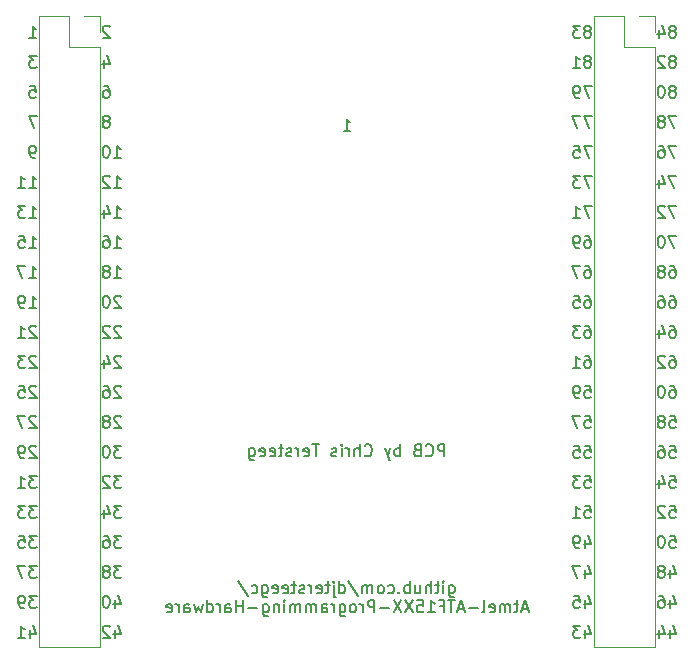
<source format=gbr>
%TF.GenerationSoftware,KiCad,Pcbnew,8.0.7*%
%TF.CreationDate,2025-02-20T00:55:41-06:00*%
%TF.ProjectId,PLCC-84-Socket-Adapter,504c4343-2d38-4342-9d53-6f636b65742d,v1.0*%
%TF.SameCoordinates,Original*%
%TF.FileFunction,Legend,Bot*%
%TF.FilePolarity,Positive*%
%FSLAX46Y46*%
G04 Gerber Fmt 4.6, Leading zero omitted, Abs format (unit mm)*
G04 Created by KiCad (PCBNEW 8.0.7) date 2025-02-20 00:55:41*
%MOMM*%
%LPD*%
G01*
G04 APERTURE LIST*
%ADD10C,0.150000*%
%ADD11C,0.120000*%
G04 APERTURE END LIST*
D10*
X180162030Y-108724819D02*
X180638220Y-108724819D01*
X180638220Y-108724819D02*
X180685839Y-109201009D01*
X180685839Y-109201009D02*
X180638220Y-109153390D01*
X180638220Y-109153390D02*
X180542982Y-109105771D01*
X180542982Y-109105771D02*
X180304887Y-109105771D01*
X180304887Y-109105771D02*
X180209649Y-109153390D01*
X180209649Y-109153390D02*
X180162030Y-109201009D01*
X180162030Y-109201009D02*
X180114411Y-109296247D01*
X180114411Y-109296247D02*
X180114411Y-109534342D01*
X180114411Y-109534342D02*
X180162030Y-109629580D01*
X180162030Y-109629580D02*
X180209649Y-109677200D01*
X180209649Y-109677200D02*
X180304887Y-109724819D01*
X180304887Y-109724819D02*
X180542982Y-109724819D01*
X180542982Y-109724819D02*
X180638220Y-109677200D01*
X180638220Y-109677200D02*
X180685839Y-109629580D01*
X179162030Y-109724819D02*
X179733458Y-109724819D01*
X179447744Y-109724819D02*
X179447744Y-108724819D01*
X179447744Y-108724819D02*
X179542982Y-108867676D01*
X179542982Y-108867676D02*
X179638220Y-108962914D01*
X179638220Y-108962914D02*
X179733458Y-109010533D01*
X133124411Y-86864819D02*
X133695839Y-86864819D01*
X133410125Y-86864819D02*
X133410125Y-85864819D01*
X133410125Y-85864819D02*
X133505363Y-86007676D01*
X133505363Y-86007676D02*
X133600601Y-86102914D01*
X133600601Y-86102914D02*
X133695839Y-86150533D01*
X132219649Y-85864819D02*
X132695839Y-85864819D01*
X132695839Y-85864819D02*
X132743458Y-86341009D01*
X132743458Y-86341009D02*
X132695839Y-86293390D01*
X132695839Y-86293390D02*
X132600601Y-86245771D01*
X132600601Y-86245771D02*
X132362506Y-86245771D01*
X132362506Y-86245771D02*
X132267268Y-86293390D01*
X132267268Y-86293390D02*
X132219649Y-86341009D01*
X132219649Y-86341009D02*
X132172030Y-86436247D01*
X132172030Y-86436247D02*
X132172030Y-86674342D01*
X132172030Y-86674342D02*
X132219649Y-86769580D01*
X132219649Y-86769580D02*
X132267268Y-86817200D01*
X132267268Y-86817200D02*
X132362506Y-86864819D01*
X132362506Y-86864819D02*
X132600601Y-86864819D01*
X132600601Y-86864819D02*
X132695839Y-86817200D01*
X132695839Y-86817200D02*
X132743458Y-86769580D01*
X180162030Y-106184819D02*
X180638220Y-106184819D01*
X180638220Y-106184819D02*
X180685839Y-106661009D01*
X180685839Y-106661009D02*
X180638220Y-106613390D01*
X180638220Y-106613390D02*
X180542982Y-106565771D01*
X180542982Y-106565771D02*
X180304887Y-106565771D01*
X180304887Y-106565771D02*
X180209649Y-106613390D01*
X180209649Y-106613390D02*
X180162030Y-106661009D01*
X180162030Y-106661009D02*
X180114411Y-106756247D01*
X180114411Y-106756247D02*
X180114411Y-106994342D01*
X180114411Y-106994342D02*
X180162030Y-107089580D01*
X180162030Y-107089580D02*
X180209649Y-107137200D01*
X180209649Y-107137200D02*
X180304887Y-107184819D01*
X180304887Y-107184819D02*
X180542982Y-107184819D01*
X180542982Y-107184819D02*
X180638220Y-107137200D01*
X180638220Y-107137200D02*
X180685839Y-107089580D01*
X179781077Y-106184819D02*
X179162030Y-106184819D01*
X179162030Y-106184819D02*
X179495363Y-106565771D01*
X179495363Y-106565771D02*
X179352506Y-106565771D01*
X179352506Y-106565771D02*
X179257268Y-106613390D01*
X179257268Y-106613390D02*
X179209649Y-106661009D01*
X179209649Y-106661009D02*
X179162030Y-106756247D01*
X179162030Y-106756247D02*
X179162030Y-106994342D01*
X179162030Y-106994342D02*
X179209649Y-107089580D01*
X179209649Y-107089580D02*
X179257268Y-107137200D01*
X179257268Y-107137200D02*
X179352506Y-107184819D01*
X179352506Y-107184819D02*
X179638220Y-107184819D01*
X179638220Y-107184819D02*
X179733458Y-107137200D01*
X179733458Y-107137200D02*
X179781077Y-107089580D01*
X180733458Y-75704819D02*
X180066792Y-75704819D01*
X180066792Y-75704819D02*
X180495363Y-76704819D01*
X179781077Y-75704819D02*
X179114411Y-75704819D01*
X179114411Y-75704819D02*
X179542982Y-76704819D01*
X168281905Y-104517819D02*
X168281905Y-103517819D01*
X168281905Y-103517819D02*
X167900953Y-103517819D01*
X167900953Y-103517819D02*
X167805715Y-103565438D01*
X167805715Y-103565438D02*
X167758096Y-103613057D01*
X167758096Y-103613057D02*
X167710477Y-103708295D01*
X167710477Y-103708295D02*
X167710477Y-103851152D01*
X167710477Y-103851152D02*
X167758096Y-103946390D01*
X167758096Y-103946390D02*
X167805715Y-103994009D01*
X167805715Y-103994009D02*
X167900953Y-104041628D01*
X167900953Y-104041628D02*
X168281905Y-104041628D01*
X166710477Y-104422580D02*
X166758096Y-104470200D01*
X166758096Y-104470200D02*
X166900953Y-104517819D01*
X166900953Y-104517819D02*
X166996191Y-104517819D01*
X166996191Y-104517819D02*
X167139048Y-104470200D01*
X167139048Y-104470200D02*
X167234286Y-104374961D01*
X167234286Y-104374961D02*
X167281905Y-104279723D01*
X167281905Y-104279723D02*
X167329524Y-104089247D01*
X167329524Y-104089247D02*
X167329524Y-103946390D01*
X167329524Y-103946390D02*
X167281905Y-103755914D01*
X167281905Y-103755914D02*
X167234286Y-103660676D01*
X167234286Y-103660676D02*
X167139048Y-103565438D01*
X167139048Y-103565438D02*
X166996191Y-103517819D01*
X166996191Y-103517819D02*
X166900953Y-103517819D01*
X166900953Y-103517819D02*
X166758096Y-103565438D01*
X166758096Y-103565438D02*
X166710477Y-103613057D01*
X165948572Y-103994009D02*
X165805715Y-104041628D01*
X165805715Y-104041628D02*
X165758096Y-104089247D01*
X165758096Y-104089247D02*
X165710477Y-104184485D01*
X165710477Y-104184485D02*
X165710477Y-104327342D01*
X165710477Y-104327342D02*
X165758096Y-104422580D01*
X165758096Y-104422580D02*
X165805715Y-104470200D01*
X165805715Y-104470200D02*
X165900953Y-104517819D01*
X165900953Y-104517819D02*
X166281905Y-104517819D01*
X166281905Y-104517819D02*
X166281905Y-103517819D01*
X166281905Y-103517819D02*
X165948572Y-103517819D01*
X165948572Y-103517819D02*
X165853334Y-103565438D01*
X165853334Y-103565438D02*
X165805715Y-103613057D01*
X165805715Y-103613057D02*
X165758096Y-103708295D01*
X165758096Y-103708295D02*
X165758096Y-103803533D01*
X165758096Y-103803533D02*
X165805715Y-103898771D01*
X165805715Y-103898771D02*
X165853334Y-103946390D01*
X165853334Y-103946390D02*
X165948572Y-103994009D01*
X165948572Y-103994009D02*
X166281905Y-103994009D01*
X164520000Y-104517819D02*
X164520000Y-103517819D01*
X164520000Y-103898771D02*
X164424762Y-103851152D01*
X164424762Y-103851152D02*
X164234286Y-103851152D01*
X164234286Y-103851152D02*
X164139048Y-103898771D01*
X164139048Y-103898771D02*
X164091429Y-103946390D01*
X164091429Y-103946390D02*
X164043810Y-104041628D01*
X164043810Y-104041628D02*
X164043810Y-104327342D01*
X164043810Y-104327342D02*
X164091429Y-104422580D01*
X164091429Y-104422580D02*
X164139048Y-104470200D01*
X164139048Y-104470200D02*
X164234286Y-104517819D01*
X164234286Y-104517819D02*
X164424762Y-104517819D01*
X164424762Y-104517819D02*
X164520000Y-104470200D01*
X163710476Y-103851152D02*
X163472381Y-104517819D01*
X163234286Y-103851152D02*
X163472381Y-104517819D01*
X163472381Y-104517819D02*
X163567619Y-104755914D01*
X163567619Y-104755914D02*
X163615238Y-104803533D01*
X163615238Y-104803533D02*
X163710476Y-104851152D01*
X161520000Y-104422580D02*
X161567619Y-104470200D01*
X161567619Y-104470200D02*
X161710476Y-104517819D01*
X161710476Y-104517819D02*
X161805714Y-104517819D01*
X161805714Y-104517819D02*
X161948571Y-104470200D01*
X161948571Y-104470200D02*
X162043809Y-104374961D01*
X162043809Y-104374961D02*
X162091428Y-104279723D01*
X162091428Y-104279723D02*
X162139047Y-104089247D01*
X162139047Y-104089247D02*
X162139047Y-103946390D01*
X162139047Y-103946390D02*
X162091428Y-103755914D01*
X162091428Y-103755914D02*
X162043809Y-103660676D01*
X162043809Y-103660676D02*
X161948571Y-103565438D01*
X161948571Y-103565438D02*
X161805714Y-103517819D01*
X161805714Y-103517819D02*
X161710476Y-103517819D01*
X161710476Y-103517819D02*
X161567619Y-103565438D01*
X161567619Y-103565438D02*
X161520000Y-103613057D01*
X161091428Y-104517819D02*
X161091428Y-103517819D01*
X160662857Y-104517819D02*
X160662857Y-103994009D01*
X160662857Y-103994009D02*
X160710476Y-103898771D01*
X160710476Y-103898771D02*
X160805714Y-103851152D01*
X160805714Y-103851152D02*
X160948571Y-103851152D01*
X160948571Y-103851152D02*
X161043809Y-103898771D01*
X161043809Y-103898771D02*
X161091428Y-103946390D01*
X160186666Y-104517819D02*
X160186666Y-103851152D01*
X160186666Y-104041628D02*
X160139047Y-103946390D01*
X160139047Y-103946390D02*
X160091428Y-103898771D01*
X160091428Y-103898771D02*
X159996190Y-103851152D01*
X159996190Y-103851152D02*
X159900952Y-103851152D01*
X159567618Y-104517819D02*
X159567618Y-103851152D01*
X159567618Y-103517819D02*
X159615237Y-103565438D01*
X159615237Y-103565438D02*
X159567618Y-103613057D01*
X159567618Y-103613057D02*
X159519999Y-103565438D01*
X159519999Y-103565438D02*
X159567618Y-103517819D01*
X159567618Y-103517819D02*
X159567618Y-103613057D01*
X159139047Y-104470200D02*
X159043809Y-104517819D01*
X159043809Y-104517819D02*
X158853333Y-104517819D01*
X158853333Y-104517819D02*
X158758095Y-104470200D01*
X158758095Y-104470200D02*
X158710476Y-104374961D01*
X158710476Y-104374961D02*
X158710476Y-104327342D01*
X158710476Y-104327342D02*
X158758095Y-104232104D01*
X158758095Y-104232104D02*
X158853333Y-104184485D01*
X158853333Y-104184485D02*
X158996190Y-104184485D01*
X158996190Y-104184485D02*
X159091428Y-104136866D01*
X159091428Y-104136866D02*
X159139047Y-104041628D01*
X159139047Y-104041628D02*
X159139047Y-103994009D01*
X159139047Y-103994009D02*
X159091428Y-103898771D01*
X159091428Y-103898771D02*
X158996190Y-103851152D01*
X158996190Y-103851152D02*
X158853333Y-103851152D01*
X158853333Y-103851152D02*
X158758095Y-103898771D01*
X157662856Y-103517819D02*
X157091428Y-103517819D01*
X157377142Y-104517819D02*
X157377142Y-103517819D01*
X156377142Y-104470200D02*
X156472380Y-104517819D01*
X156472380Y-104517819D02*
X156662856Y-104517819D01*
X156662856Y-104517819D02*
X156758094Y-104470200D01*
X156758094Y-104470200D02*
X156805713Y-104374961D01*
X156805713Y-104374961D02*
X156805713Y-103994009D01*
X156805713Y-103994009D02*
X156758094Y-103898771D01*
X156758094Y-103898771D02*
X156662856Y-103851152D01*
X156662856Y-103851152D02*
X156472380Y-103851152D01*
X156472380Y-103851152D02*
X156377142Y-103898771D01*
X156377142Y-103898771D02*
X156329523Y-103994009D01*
X156329523Y-103994009D02*
X156329523Y-104089247D01*
X156329523Y-104089247D02*
X156805713Y-104184485D01*
X155900951Y-104517819D02*
X155900951Y-103851152D01*
X155900951Y-104041628D02*
X155853332Y-103946390D01*
X155853332Y-103946390D02*
X155805713Y-103898771D01*
X155805713Y-103898771D02*
X155710475Y-103851152D01*
X155710475Y-103851152D02*
X155615237Y-103851152D01*
X155329522Y-104470200D02*
X155234284Y-104517819D01*
X155234284Y-104517819D02*
X155043808Y-104517819D01*
X155043808Y-104517819D02*
X154948570Y-104470200D01*
X154948570Y-104470200D02*
X154900951Y-104374961D01*
X154900951Y-104374961D02*
X154900951Y-104327342D01*
X154900951Y-104327342D02*
X154948570Y-104232104D01*
X154948570Y-104232104D02*
X155043808Y-104184485D01*
X155043808Y-104184485D02*
X155186665Y-104184485D01*
X155186665Y-104184485D02*
X155281903Y-104136866D01*
X155281903Y-104136866D02*
X155329522Y-104041628D01*
X155329522Y-104041628D02*
X155329522Y-103994009D01*
X155329522Y-103994009D02*
X155281903Y-103898771D01*
X155281903Y-103898771D02*
X155186665Y-103851152D01*
X155186665Y-103851152D02*
X155043808Y-103851152D01*
X155043808Y-103851152D02*
X154948570Y-103898771D01*
X154615236Y-103851152D02*
X154234284Y-103851152D01*
X154472379Y-103517819D02*
X154472379Y-104374961D01*
X154472379Y-104374961D02*
X154424760Y-104470200D01*
X154424760Y-104470200D02*
X154329522Y-104517819D01*
X154329522Y-104517819D02*
X154234284Y-104517819D01*
X153519998Y-104470200D02*
X153615236Y-104517819D01*
X153615236Y-104517819D02*
X153805712Y-104517819D01*
X153805712Y-104517819D02*
X153900950Y-104470200D01*
X153900950Y-104470200D02*
X153948569Y-104374961D01*
X153948569Y-104374961D02*
X153948569Y-103994009D01*
X153948569Y-103994009D02*
X153900950Y-103898771D01*
X153900950Y-103898771D02*
X153805712Y-103851152D01*
X153805712Y-103851152D02*
X153615236Y-103851152D01*
X153615236Y-103851152D02*
X153519998Y-103898771D01*
X153519998Y-103898771D02*
X153472379Y-103994009D01*
X153472379Y-103994009D02*
X153472379Y-104089247D01*
X153472379Y-104089247D02*
X153948569Y-104184485D01*
X152662855Y-104470200D02*
X152758093Y-104517819D01*
X152758093Y-104517819D02*
X152948569Y-104517819D01*
X152948569Y-104517819D02*
X153043807Y-104470200D01*
X153043807Y-104470200D02*
X153091426Y-104374961D01*
X153091426Y-104374961D02*
X153091426Y-103994009D01*
X153091426Y-103994009D02*
X153043807Y-103898771D01*
X153043807Y-103898771D02*
X152948569Y-103851152D01*
X152948569Y-103851152D02*
X152758093Y-103851152D01*
X152758093Y-103851152D02*
X152662855Y-103898771D01*
X152662855Y-103898771D02*
X152615236Y-103994009D01*
X152615236Y-103994009D02*
X152615236Y-104089247D01*
X152615236Y-104089247D02*
X153091426Y-104184485D01*
X151758093Y-103851152D02*
X151758093Y-104660676D01*
X151758093Y-104660676D02*
X151805712Y-104755914D01*
X151805712Y-104755914D02*
X151853331Y-104803533D01*
X151853331Y-104803533D02*
X151948569Y-104851152D01*
X151948569Y-104851152D02*
X152091426Y-104851152D01*
X152091426Y-104851152D02*
X152186664Y-104803533D01*
X151758093Y-104470200D02*
X151853331Y-104517819D01*
X151853331Y-104517819D02*
X152043807Y-104517819D01*
X152043807Y-104517819D02*
X152139045Y-104470200D01*
X152139045Y-104470200D02*
X152186664Y-104422580D01*
X152186664Y-104422580D02*
X152234283Y-104327342D01*
X152234283Y-104327342D02*
X152234283Y-104041628D01*
X152234283Y-104041628D02*
X152186664Y-103946390D01*
X152186664Y-103946390D02*
X152139045Y-103898771D01*
X152139045Y-103898771D02*
X152043807Y-103851152D01*
X152043807Y-103851152D02*
X151853331Y-103851152D01*
X151853331Y-103851152D02*
X151758093Y-103898771D01*
X140401779Y-119218152D02*
X140401779Y-119884819D01*
X140639874Y-118837200D02*
X140877969Y-119551485D01*
X140877969Y-119551485D02*
X140258922Y-119551485D01*
X139925588Y-118980057D02*
X139877969Y-118932438D01*
X139877969Y-118932438D02*
X139782731Y-118884819D01*
X139782731Y-118884819D02*
X139544636Y-118884819D01*
X139544636Y-118884819D02*
X139449398Y-118932438D01*
X139449398Y-118932438D02*
X139401779Y-118980057D01*
X139401779Y-118980057D02*
X139354160Y-119075295D01*
X139354160Y-119075295D02*
X139354160Y-119170533D01*
X139354160Y-119170533D02*
X139401779Y-119313390D01*
X139401779Y-119313390D02*
X139973207Y-119884819D01*
X139973207Y-119884819D02*
X139354160Y-119884819D01*
X140306541Y-86864819D02*
X140877969Y-86864819D01*
X140592255Y-86864819D02*
X140592255Y-85864819D01*
X140592255Y-85864819D02*
X140687493Y-86007676D01*
X140687493Y-86007676D02*
X140782731Y-86102914D01*
X140782731Y-86102914D02*
X140877969Y-86150533D01*
X139449398Y-85864819D02*
X139639874Y-85864819D01*
X139639874Y-85864819D02*
X139735112Y-85912438D01*
X139735112Y-85912438D02*
X139782731Y-85960057D01*
X139782731Y-85960057D02*
X139877969Y-86102914D01*
X139877969Y-86102914D02*
X139925588Y-86293390D01*
X139925588Y-86293390D02*
X139925588Y-86674342D01*
X139925588Y-86674342D02*
X139877969Y-86769580D01*
X139877969Y-86769580D02*
X139830350Y-86817200D01*
X139830350Y-86817200D02*
X139735112Y-86864819D01*
X139735112Y-86864819D02*
X139544636Y-86864819D01*
X139544636Y-86864819D02*
X139449398Y-86817200D01*
X139449398Y-86817200D02*
X139401779Y-86769580D01*
X139401779Y-86769580D02*
X139354160Y-86674342D01*
X139354160Y-86674342D02*
X139354160Y-86436247D01*
X139354160Y-86436247D02*
X139401779Y-86341009D01*
X139401779Y-86341009D02*
X139449398Y-86293390D01*
X139449398Y-86293390D02*
X139544636Y-86245771D01*
X139544636Y-86245771D02*
X139735112Y-86245771D01*
X139735112Y-86245771D02*
X139830350Y-86293390D01*
X139830350Y-86293390D02*
X139877969Y-86341009D01*
X139877969Y-86341009D02*
X139925588Y-86436247D01*
X133124411Y-81784819D02*
X133695839Y-81784819D01*
X133410125Y-81784819D02*
X133410125Y-80784819D01*
X133410125Y-80784819D02*
X133505363Y-80927676D01*
X133505363Y-80927676D02*
X133600601Y-81022914D01*
X133600601Y-81022914D02*
X133695839Y-81070533D01*
X132172030Y-81784819D02*
X132743458Y-81784819D01*
X132457744Y-81784819D02*
X132457744Y-80784819D01*
X132457744Y-80784819D02*
X132552982Y-80927676D01*
X132552982Y-80927676D02*
X132648220Y-81022914D01*
X132648220Y-81022914D02*
X132743458Y-81070533D01*
X180209649Y-88404819D02*
X180400125Y-88404819D01*
X180400125Y-88404819D02*
X180495363Y-88452438D01*
X180495363Y-88452438D02*
X180542982Y-88500057D01*
X180542982Y-88500057D02*
X180638220Y-88642914D01*
X180638220Y-88642914D02*
X180685839Y-88833390D01*
X180685839Y-88833390D02*
X180685839Y-89214342D01*
X180685839Y-89214342D02*
X180638220Y-89309580D01*
X180638220Y-89309580D02*
X180590601Y-89357200D01*
X180590601Y-89357200D02*
X180495363Y-89404819D01*
X180495363Y-89404819D02*
X180304887Y-89404819D01*
X180304887Y-89404819D02*
X180209649Y-89357200D01*
X180209649Y-89357200D02*
X180162030Y-89309580D01*
X180162030Y-89309580D02*
X180114411Y-89214342D01*
X180114411Y-89214342D02*
X180114411Y-88976247D01*
X180114411Y-88976247D02*
X180162030Y-88881009D01*
X180162030Y-88881009D02*
X180209649Y-88833390D01*
X180209649Y-88833390D02*
X180304887Y-88785771D01*
X180304887Y-88785771D02*
X180495363Y-88785771D01*
X180495363Y-88785771D02*
X180590601Y-88833390D01*
X180590601Y-88833390D02*
X180638220Y-88881009D01*
X180638220Y-88881009D02*
X180685839Y-88976247D01*
X179781077Y-88404819D02*
X179114411Y-88404819D01*
X179114411Y-88404819D02*
X179542982Y-89404819D01*
X180209649Y-93484819D02*
X180400125Y-93484819D01*
X180400125Y-93484819D02*
X180495363Y-93532438D01*
X180495363Y-93532438D02*
X180542982Y-93580057D01*
X180542982Y-93580057D02*
X180638220Y-93722914D01*
X180638220Y-93722914D02*
X180685839Y-93913390D01*
X180685839Y-93913390D02*
X180685839Y-94294342D01*
X180685839Y-94294342D02*
X180638220Y-94389580D01*
X180638220Y-94389580D02*
X180590601Y-94437200D01*
X180590601Y-94437200D02*
X180495363Y-94484819D01*
X180495363Y-94484819D02*
X180304887Y-94484819D01*
X180304887Y-94484819D02*
X180209649Y-94437200D01*
X180209649Y-94437200D02*
X180162030Y-94389580D01*
X180162030Y-94389580D02*
X180114411Y-94294342D01*
X180114411Y-94294342D02*
X180114411Y-94056247D01*
X180114411Y-94056247D02*
X180162030Y-93961009D01*
X180162030Y-93961009D02*
X180209649Y-93913390D01*
X180209649Y-93913390D02*
X180304887Y-93865771D01*
X180304887Y-93865771D02*
X180495363Y-93865771D01*
X180495363Y-93865771D02*
X180590601Y-93913390D01*
X180590601Y-93913390D02*
X180638220Y-93961009D01*
X180638220Y-93961009D02*
X180685839Y-94056247D01*
X179781077Y-93484819D02*
X179162030Y-93484819D01*
X179162030Y-93484819D02*
X179495363Y-93865771D01*
X179495363Y-93865771D02*
X179352506Y-93865771D01*
X179352506Y-93865771D02*
X179257268Y-93913390D01*
X179257268Y-93913390D02*
X179209649Y-93961009D01*
X179209649Y-93961009D02*
X179162030Y-94056247D01*
X179162030Y-94056247D02*
X179162030Y-94294342D01*
X179162030Y-94294342D02*
X179209649Y-94389580D01*
X179209649Y-94389580D02*
X179257268Y-94437200D01*
X179257268Y-94437200D02*
X179352506Y-94484819D01*
X179352506Y-94484819D02*
X179638220Y-94484819D01*
X179638220Y-94484819D02*
X179733458Y-94437200D01*
X179733458Y-94437200D02*
X179781077Y-94389580D01*
X187391779Y-114138152D02*
X187391779Y-114804819D01*
X187629874Y-113757200D02*
X187867969Y-114471485D01*
X187867969Y-114471485D02*
X187248922Y-114471485D01*
X186725112Y-114233390D02*
X186820350Y-114185771D01*
X186820350Y-114185771D02*
X186867969Y-114138152D01*
X186867969Y-114138152D02*
X186915588Y-114042914D01*
X186915588Y-114042914D02*
X186915588Y-113995295D01*
X186915588Y-113995295D02*
X186867969Y-113900057D01*
X186867969Y-113900057D02*
X186820350Y-113852438D01*
X186820350Y-113852438D02*
X186725112Y-113804819D01*
X186725112Y-113804819D02*
X186534636Y-113804819D01*
X186534636Y-113804819D02*
X186439398Y-113852438D01*
X186439398Y-113852438D02*
X186391779Y-113900057D01*
X186391779Y-113900057D02*
X186344160Y-113995295D01*
X186344160Y-113995295D02*
X186344160Y-114042914D01*
X186344160Y-114042914D02*
X186391779Y-114138152D01*
X186391779Y-114138152D02*
X186439398Y-114185771D01*
X186439398Y-114185771D02*
X186534636Y-114233390D01*
X186534636Y-114233390D02*
X186725112Y-114233390D01*
X186725112Y-114233390D02*
X186820350Y-114281009D01*
X186820350Y-114281009D02*
X186867969Y-114328628D01*
X186867969Y-114328628D02*
X186915588Y-114423866D01*
X186915588Y-114423866D02*
X186915588Y-114614342D01*
X186915588Y-114614342D02*
X186867969Y-114709580D01*
X186867969Y-114709580D02*
X186820350Y-114757200D01*
X186820350Y-114757200D02*
X186725112Y-114804819D01*
X186725112Y-114804819D02*
X186534636Y-114804819D01*
X186534636Y-114804819D02*
X186439398Y-114757200D01*
X186439398Y-114757200D02*
X186391779Y-114709580D01*
X186391779Y-114709580D02*
X186344160Y-114614342D01*
X186344160Y-114614342D02*
X186344160Y-114423866D01*
X186344160Y-114423866D02*
X186391779Y-114328628D01*
X186391779Y-114328628D02*
X186439398Y-114281009D01*
X186439398Y-114281009D02*
X186534636Y-114233390D01*
X133743458Y-108724819D02*
X133124411Y-108724819D01*
X133124411Y-108724819D02*
X133457744Y-109105771D01*
X133457744Y-109105771D02*
X133314887Y-109105771D01*
X133314887Y-109105771D02*
X133219649Y-109153390D01*
X133219649Y-109153390D02*
X133172030Y-109201009D01*
X133172030Y-109201009D02*
X133124411Y-109296247D01*
X133124411Y-109296247D02*
X133124411Y-109534342D01*
X133124411Y-109534342D02*
X133172030Y-109629580D01*
X133172030Y-109629580D02*
X133219649Y-109677200D01*
X133219649Y-109677200D02*
X133314887Y-109724819D01*
X133314887Y-109724819D02*
X133600601Y-109724819D01*
X133600601Y-109724819D02*
X133695839Y-109677200D01*
X133695839Y-109677200D02*
X133743458Y-109629580D01*
X132791077Y-108724819D02*
X132172030Y-108724819D01*
X132172030Y-108724819D02*
X132505363Y-109105771D01*
X132505363Y-109105771D02*
X132362506Y-109105771D01*
X132362506Y-109105771D02*
X132267268Y-109153390D01*
X132267268Y-109153390D02*
X132219649Y-109201009D01*
X132219649Y-109201009D02*
X132172030Y-109296247D01*
X132172030Y-109296247D02*
X132172030Y-109534342D01*
X132172030Y-109534342D02*
X132219649Y-109629580D01*
X132219649Y-109629580D02*
X132267268Y-109677200D01*
X132267268Y-109677200D02*
X132362506Y-109724819D01*
X132362506Y-109724819D02*
X132648220Y-109724819D01*
X132648220Y-109724819D02*
X132743458Y-109677200D01*
X132743458Y-109677200D02*
X132791077Y-109629580D01*
X140925588Y-103644819D02*
X140306541Y-103644819D01*
X140306541Y-103644819D02*
X140639874Y-104025771D01*
X140639874Y-104025771D02*
X140497017Y-104025771D01*
X140497017Y-104025771D02*
X140401779Y-104073390D01*
X140401779Y-104073390D02*
X140354160Y-104121009D01*
X140354160Y-104121009D02*
X140306541Y-104216247D01*
X140306541Y-104216247D02*
X140306541Y-104454342D01*
X140306541Y-104454342D02*
X140354160Y-104549580D01*
X140354160Y-104549580D02*
X140401779Y-104597200D01*
X140401779Y-104597200D02*
X140497017Y-104644819D01*
X140497017Y-104644819D02*
X140782731Y-104644819D01*
X140782731Y-104644819D02*
X140877969Y-104597200D01*
X140877969Y-104597200D02*
X140925588Y-104549580D01*
X139687493Y-103644819D02*
X139592255Y-103644819D01*
X139592255Y-103644819D02*
X139497017Y-103692438D01*
X139497017Y-103692438D02*
X139449398Y-103740057D01*
X139449398Y-103740057D02*
X139401779Y-103835295D01*
X139401779Y-103835295D02*
X139354160Y-104025771D01*
X139354160Y-104025771D02*
X139354160Y-104263866D01*
X139354160Y-104263866D02*
X139401779Y-104454342D01*
X139401779Y-104454342D02*
X139449398Y-104549580D01*
X139449398Y-104549580D02*
X139497017Y-104597200D01*
X139497017Y-104597200D02*
X139592255Y-104644819D01*
X139592255Y-104644819D02*
X139687493Y-104644819D01*
X139687493Y-104644819D02*
X139782731Y-104597200D01*
X139782731Y-104597200D02*
X139830350Y-104549580D01*
X139830350Y-104549580D02*
X139877969Y-104454342D01*
X139877969Y-104454342D02*
X139925588Y-104263866D01*
X139925588Y-104263866D02*
X139925588Y-104025771D01*
X139925588Y-104025771D02*
X139877969Y-103835295D01*
X139877969Y-103835295D02*
X139830350Y-103740057D01*
X139830350Y-103740057D02*
X139782731Y-103692438D01*
X139782731Y-103692438D02*
X139687493Y-103644819D01*
X139735112Y-76133390D02*
X139830350Y-76085771D01*
X139830350Y-76085771D02*
X139877969Y-76038152D01*
X139877969Y-76038152D02*
X139925588Y-75942914D01*
X139925588Y-75942914D02*
X139925588Y-75895295D01*
X139925588Y-75895295D02*
X139877969Y-75800057D01*
X139877969Y-75800057D02*
X139830350Y-75752438D01*
X139830350Y-75752438D02*
X139735112Y-75704819D01*
X139735112Y-75704819D02*
X139544636Y-75704819D01*
X139544636Y-75704819D02*
X139449398Y-75752438D01*
X139449398Y-75752438D02*
X139401779Y-75800057D01*
X139401779Y-75800057D02*
X139354160Y-75895295D01*
X139354160Y-75895295D02*
X139354160Y-75942914D01*
X139354160Y-75942914D02*
X139401779Y-76038152D01*
X139401779Y-76038152D02*
X139449398Y-76085771D01*
X139449398Y-76085771D02*
X139544636Y-76133390D01*
X139544636Y-76133390D02*
X139735112Y-76133390D01*
X139735112Y-76133390D02*
X139830350Y-76181009D01*
X139830350Y-76181009D02*
X139877969Y-76228628D01*
X139877969Y-76228628D02*
X139925588Y-76323866D01*
X139925588Y-76323866D02*
X139925588Y-76514342D01*
X139925588Y-76514342D02*
X139877969Y-76609580D01*
X139877969Y-76609580D02*
X139830350Y-76657200D01*
X139830350Y-76657200D02*
X139735112Y-76704819D01*
X139735112Y-76704819D02*
X139544636Y-76704819D01*
X139544636Y-76704819D02*
X139449398Y-76657200D01*
X139449398Y-76657200D02*
X139401779Y-76609580D01*
X139401779Y-76609580D02*
X139354160Y-76514342D01*
X139354160Y-76514342D02*
X139354160Y-76323866D01*
X139354160Y-76323866D02*
X139401779Y-76228628D01*
X139401779Y-76228628D02*
X139449398Y-76181009D01*
X139449398Y-76181009D02*
X139544636Y-76133390D01*
X187677493Y-73593390D02*
X187772731Y-73545771D01*
X187772731Y-73545771D02*
X187820350Y-73498152D01*
X187820350Y-73498152D02*
X187867969Y-73402914D01*
X187867969Y-73402914D02*
X187867969Y-73355295D01*
X187867969Y-73355295D02*
X187820350Y-73260057D01*
X187820350Y-73260057D02*
X187772731Y-73212438D01*
X187772731Y-73212438D02*
X187677493Y-73164819D01*
X187677493Y-73164819D02*
X187487017Y-73164819D01*
X187487017Y-73164819D02*
X187391779Y-73212438D01*
X187391779Y-73212438D02*
X187344160Y-73260057D01*
X187344160Y-73260057D02*
X187296541Y-73355295D01*
X187296541Y-73355295D02*
X187296541Y-73402914D01*
X187296541Y-73402914D02*
X187344160Y-73498152D01*
X187344160Y-73498152D02*
X187391779Y-73545771D01*
X187391779Y-73545771D02*
X187487017Y-73593390D01*
X187487017Y-73593390D02*
X187677493Y-73593390D01*
X187677493Y-73593390D02*
X187772731Y-73641009D01*
X187772731Y-73641009D02*
X187820350Y-73688628D01*
X187820350Y-73688628D02*
X187867969Y-73783866D01*
X187867969Y-73783866D02*
X187867969Y-73974342D01*
X187867969Y-73974342D02*
X187820350Y-74069580D01*
X187820350Y-74069580D02*
X187772731Y-74117200D01*
X187772731Y-74117200D02*
X187677493Y-74164819D01*
X187677493Y-74164819D02*
X187487017Y-74164819D01*
X187487017Y-74164819D02*
X187391779Y-74117200D01*
X187391779Y-74117200D02*
X187344160Y-74069580D01*
X187344160Y-74069580D02*
X187296541Y-73974342D01*
X187296541Y-73974342D02*
X187296541Y-73783866D01*
X187296541Y-73783866D02*
X187344160Y-73688628D01*
X187344160Y-73688628D02*
X187391779Y-73641009D01*
X187391779Y-73641009D02*
X187487017Y-73593390D01*
X186677493Y-73164819D02*
X186582255Y-73164819D01*
X186582255Y-73164819D02*
X186487017Y-73212438D01*
X186487017Y-73212438D02*
X186439398Y-73260057D01*
X186439398Y-73260057D02*
X186391779Y-73355295D01*
X186391779Y-73355295D02*
X186344160Y-73545771D01*
X186344160Y-73545771D02*
X186344160Y-73783866D01*
X186344160Y-73783866D02*
X186391779Y-73974342D01*
X186391779Y-73974342D02*
X186439398Y-74069580D01*
X186439398Y-74069580D02*
X186487017Y-74117200D01*
X186487017Y-74117200D02*
X186582255Y-74164819D01*
X186582255Y-74164819D02*
X186677493Y-74164819D01*
X186677493Y-74164819D02*
X186772731Y-74117200D01*
X186772731Y-74117200D02*
X186820350Y-74069580D01*
X186820350Y-74069580D02*
X186867969Y-73974342D01*
X186867969Y-73974342D02*
X186915588Y-73783866D01*
X186915588Y-73783866D02*
X186915588Y-73545771D01*
X186915588Y-73545771D02*
X186867969Y-73355295D01*
X186867969Y-73355295D02*
X186820350Y-73260057D01*
X186820350Y-73260057D02*
X186772731Y-73212438D01*
X186772731Y-73212438D02*
X186677493Y-73164819D01*
X139449398Y-73164819D02*
X139639874Y-73164819D01*
X139639874Y-73164819D02*
X139735112Y-73212438D01*
X139735112Y-73212438D02*
X139782731Y-73260057D01*
X139782731Y-73260057D02*
X139877969Y-73402914D01*
X139877969Y-73402914D02*
X139925588Y-73593390D01*
X139925588Y-73593390D02*
X139925588Y-73974342D01*
X139925588Y-73974342D02*
X139877969Y-74069580D01*
X139877969Y-74069580D02*
X139830350Y-74117200D01*
X139830350Y-74117200D02*
X139735112Y-74164819D01*
X139735112Y-74164819D02*
X139544636Y-74164819D01*
X139544636Y-74164819D02*
X139449398Y-74117200D01*
X139449398Y-74117200D02*
X139401779Y-74069580D01*
X139401779Y-74069580D02*
X139354160Y-73974342D01*
X139354160Y-73974342D02*
X139354160Y-73736247D01*
X139354160Y-73736247D02*
X139401779Y-73641009D01*
X139401779Y-73641009D02*
X139449398Y-73593390D01*
X139449398Y-73593390D02*
X139544636Y-73545771D01*
X139544636Y-73545771D02*
X139735112Y-73545771D01*
X139735112Y-73545771D02*
X139830350Y-73593390D01*
X139830350Y-73593390D02*
X139877969Y-73641009D01*
X139877969Y-73641009D02*
X139925588Y-73736247D01*
X133743458Y-106184819D02*
X133124411Y-106184819D01*
X133124411Y-106184819D02*
X133457744Y-106565771D01*
X133457744Y-106565771D02*
X133314887Y-106565771D01*
X133314887Y-106565771D02*
X133219649Y-106613390D01*
X133219649Y-106613390D02*
X133172030Y-106661009D01*
X133172030Y-106661009D02*
X133124411Y-106756247D01*
X133124411Y-106756247D02*
X133124411Y-106994342D01*
X133124411Y-106994342D02*
X133172030Y-107089580D01*
X133172030Y-107089580D02*
X133219649Y-107137200D01*
X133219649Y-107137200D02*
X133314887Y-107184819D01*
X133314887Y-107184819D02*
X133600601Y-107184819D01*
X133600601Y-107184819D02*
X133695839Y-107137200D01*
X133695839Y-107137200D02*
X133743458Y-107089580D01*
X132172030Y-107184819D02*
X132743458Y-107184819D01*
X132457744Y-107184819D02*
X132457744Y-106184819D01*
X132457744Y-106184819D02*
X132552982Y-106327676D01*
X132552982Y-106327676D02*
X132648220Y-106422914D01*
X132648220Y-106422914D02*
X132743458Y-106470533D01*
X140306541Y-79244819D02*
X140877969Y-79244819D01*
X140592255Y-79244819D02*
X140592255Y-78244819D01*
X140592255Y-78244819D02*
X140687493Y-78387676D01*
X140687493Y-78387676D02*
X140782731Y-78482914D01*
X140782731Y-78482914D02*
X140877969Y-78530533D01*
X139687493Y-78244819D02*
X139592255Y-78244819D01*
X139592255Y-78244819D02*
X139497017Y-78292438D01*
X139497017Y-78292438D02*
X139449398Y-78340057D01*
X139449398Y-78340057D02*
X139401779Y-78435295D01*
X139401779Y-78435295D02*
X139354160Y-78625771D01*
X139354160Y-78625771D02*
X139354160Y-78863866D01*
X139354160Y-78863866D02*
X139401779Y-79054342D01*
X139401779Y-79054342D02*
X139449398Y-79149580D01*
X139449398Y-79149580D02*
X139497017Y-79197200D01*
X139497017Y-79197200D02*
X139592255Y-79244819D01*
X139592255Y-79244819D02*
X139687493Y-79244819D01*
X139687493Y-79244819D02*
X139782731Y-79197200D01*
X139782731Y-79197200D02*
X139830350Y-79149580D01*
X139830350Y-79149580D02*
X139877969Y-79054342D01*
X139877969Y-79054342D02*
X139925588Y-78863866D01*
X139925588Y-78863866D02*
X139925588Y-78625771D01*
X139925588Y-78625771D02*
X139877969Y-78435295D01*
X139877969Y-78435295D02*
X139830350Y-78340057D01*
X139830350Y-78340057D02*
X139782731Y-78292438D01*
X139782731Y-78292438D02*
X139687493Y-78244819D01*
X133124411Y-89404819D02*
X133695839Y-89404819D01*
X133410125Y-89404819D02*
X133410125Y-88404819D01*
X133410125Y-88404819D02*
X133505363Y-88547676D01*
X133505363Y-88547676D02*
X133600601Y-88642914D01*
X133600601Y-88642914D02*
X133695839Y-88690533D01*
X132791077Y-88404819D02*
X132124411Y-88404819D01*
X132124411Y-88404819D02*
X132552982Y-89404819D01*
X140877969Y-101200057D02*
X140830350Y-101152438D01*
X140830350Y-101152438D02*
X140735112Y-101104819D01*
X140735112Y-101104819D02*
X140497017Y-101104819D01*
X140497017Y-101104819D02*
X140401779Y-101152438D01*
X140401779Y-101152438D02*
X140354160Y-101200057D01*
X140354160Y-101200057D02*
X140306541Y-101295295D01*
X140306541Y-101295295D02*
X140306541Y-101390533D01*
X140306541Y-101390533D02*
X140354160Y-101533390D01*
X140354160Y-101533390D02*
X140925588Y-102104819D01*
X140925588Y-102104819D02*
X140306541Y-102104819D01*
X139735112Y-101533390D02*
X139830350Y-101485771D01*
X139830350Y-101485771D02*
X139877969Y-101438152D01*
X139877969Y-101438152D02*
X139925588Y-101342914D01*
X139925588Y-101342914D02*
X139925588Y-101295295D01*
X139925588Y-101295295D02*
X139877969Y-101200057D01*
X139877969Y-101200057D02*
X139830350Y-101152438D01*
X139830350Y-101152438D02*
X139735112Y-101104819D01*
X139735112Y-101104819D02*
X139544636Y-101104819D01*
X139544636Y-101104819D02*
X139449398Y-101152438D01*
X139449398Y-101152438D02*
X139401779Y-101200057D01*
X139401779Y-101200057D02*
X139354160Y-101295295D01*
X139354160Y-101295295D02*
X139354160Y-101342914D01*
X139354160Y-101342914D02*
X139401779Y-101438152D01*
X139401779Y-101438152D02*
X139449398Y-101485771D01*
X139449398Y-101485771D02*
X139544636Y-101533390D01*
X139544636Y-101533390D02*
X139735112Y-101533390D01*
X139735112Y-101533390D02*
X139830350Y-101581009D01*
X139830350Y-101581009D02*
X139877969Y-101628628D01*
X139877969Y-101628628D02*
X139925588Y-101723866D01*
X139925588Y-101723866D02*
X139925588Y-101914342D01*
X139925588Y-101914342D02*
X139877969Y-102009580D01*
X139877969Y-102009580D02*
X139830350Y-102057200D01*
X139830350Y-102057200D02*
X139735112Y-102104819D01*
X139735112Y-102104819D02*
X139544636Y-102104819D01*
X139544636Y-102104819D02*
X139449398Y-102057200D01*
X139449398Y-102057200D02*
X139401779Y-102009580D01*
X139401779Y-102009580D02*
X139354160Y-101914342D01*
X139354160Y-101914342D02*
X139354160Y-101723866D01*
X139354160Y-101723866D02*
X139401779Y-101628628D01*
X139401779Y-101628628D02*
X139449398Y-101581009D01*
X139449398Y-101581009D02*
X139544636Y-101533390D01*
X140877969Y-93580057D02*
X140830350Y-93532438D01*
X140830350Y-93532438D02*
X140735112Y-93484819D01*
X140735112Y-93484819D02*
X140497017Y-93484819D01*
X140497017Y-93484819D02*
X140401779Y-93532438D01*
X140401779Y-93532438D02*
X140354160Y-93580057D01*
X140354160Y-93580057D02*
X140306541Y-93675295D01*
X140306541Y-93675295D02*
X140306541Y-93770533D01*
X140306541Y-93770533D02*
X140354160Y-93913390D01*
X140354160Y-93913390D02*
X140925588Y-94484819D01*
X140925588Y-94484819D02*
X140306541Y-94484819D01*
X139925588Y-93580057D02*
X139877969Y-93532438D01*
X139877969Y-93532438D02*
X139782731Y-93484819D01*
X139782731Y-93484819D02*
X139544636Y-93484819D01*
X139544636Y-93484819D02*
X139449398Y-93532438D01*
X139449398Y-93532438D02*
X139401779Y-93580057D01*
X139401779Y-93580057D02*
X139354160Y-93675295D01*
X139354160Y-93675295D02*
X139354160Y-93770533D01*
X139354160Y-93770533D02*
X139401779Y-93913390D01*
X139401779Y-93913390D02*
X139973207Y-94484819D01*
X139973207Y-94484819D02*
X139354160Y-94484819D01*
X180209649Y-116678152D02*
X180209649Y-117344819D01*
X180447744Y-116297200D02*
X180685839Y-117011485D01*
X180685839Y-117011485D02*
X180066792Y-117011485D01*
X179209649Y-116344819D02*
X179685839Y-116344819D01*
X179685839Y-116344819D02*
X179733458Y-116821009D01*
X179733458Y-116821009D02*
X179685839Y-116773390D01*
X179685839Y-116773390D02*
X179590601Y-116725771D01*
X179590601Y-116725771D02*
X179352506Y-116725771D01*
X179352506Y-116725771D02*
X179257268Y-116773390D01*
X179257268Y-116773390D02*
X179209649Y-116821009D01*
X179209649Y-116821009D02*
X179162030Y-116916247D01*
X179162030Y-116916247D02*
X179162030Y-117154342D01*
X179162030Y-117154342D02*
X179209649Y-117249580D01*
X179209649Y-117249580D02*
X179257268Y-117297200D01*
X179257268Y-117297200D02*
X179352506Y-117344819D01*
X179352506Y-117344819D02*
X179590601Y-117344819D01*
X179590601Y-117344819D02*
X179685839Y-117297200D01*
X179685839Y-117297200D02*
X179733458Y-117249580D01*
X133743458Y-113804819D02*
X133124411Y-113804819D01*
X133124411Y-113804819D02*
X133457744Y-114185771D01*
X133457744Y-114185771D02*
X133314887Y-114185771D01*
X133314887Y-114185771D02*
X133219649Y-114233390D01*
X133219649Y-114233390D02*
X133172030Y-114281009D01*
X133172030Y-114281009D02*
X133124411Y-114376247D01*
X133124411Y-114376247D02*
X133124411Y-114614342D01*
X133124411Y-114614342D02*
X133172030Y-114709580D01*
X133172030Y-114709580D02*
X133219649Y-114757200D01*
X133219649Y-114757200D02*
X133314887Y-114804819D01*
X133314887Y-114804819D02*
X133600601Y-114804819D01*
X133600601Y-114804819D02*
X133695839Y-114757200D01*
X133695839Y-114757200D02*
X133743458Y-114709580D01*
X132791077Y-113804819D02*
X132124411Y-113804819D01*
X132124411Y-113804819D02*
X132552982Y-114804819D01*
X180209649Y-96024819D02*
X180400125Y-96024819D01*
X180400125Y-96024819D02*
X180495363Y-96072438D01*
X180495363Y-96072438D02*
X180542982Y-96120057D01*
X180542982Y-96120057D02*
X180638220Y-96262914D01*
X180638220Y-96262914D02*
X180685839Y-96453390D01*
X180685839Y-96453390D02*
X180685839Y-96834342D01*
X180685839Y-96834342D02*
X180638220Y-96929580D01*
X180638220Y-96929580D02*
X180590601Y-96977200D01*
X180590601Y-96977200D02*
X180495363Y-97024819D01*
X180495363Y-97024819D02*
X180304887Y-97024819D01*
X180304887Y-97024819D02*
X180209649Y-96977200D01*
X180209649Y-96977200D02*
X180162030Y-96929580D01*
X180162030Y-96929580D02*
X180114411Y-96834342D01*
X180114411Y-96834342D02*
X180114411Y-96596247D01*
X180114411Y-96596247D02*
X180162030Y-96501009D01*
X180162030Y-96501009D02*
X180209649Y-96453390D01*
X180209649Y-96453390D02*
X180304887Y-96405771D01*
X180304887Y-96405771D02*
X180495363Y-96405771D01*
X180495363Y-96405771D02*
X180590601Y-96453390D01*
X180590601Y-96453390D02*
X180638220Y-96501009D01*
X180638220Y-96501009D02*
X180685839Y-96596247D01*
X179162030Y-97024819D02*
X179733458Y-97024819D01*
X179447744Y-97024819D02*
X179447744Y-96024819D01*
X179447744Y-96024819D02*
X179542982Y-96167676D01*
X179542982Y-96167676D02*
X179638220Y-96262914D01*
X179638220Y-96262914D02*
X179733458Y-96310533D01*
X180733458Y-80784819D02*
X180066792Y-80784819D01*
X180066792Y-80784819D02*
X180495363Y-81784819D01*
X179781077Y-80784819D02*
X179162030Y-80784819D01*
X179162030Y-80784819D02*
X179495363Y-81165771D01*
X179495363Y-81165771D02*
X179352506Y-81165771D01*
X179352506Y-81165771D02*
X179257268Y-81213390D01*
X179257268Y-81213390D02*
X179209649Y-81261009D01*
X179209649Y-81261009D02*
X179162030Y-81356247D01*
X179162030Y-81356247D02*
X179162030Y-81594342D01*
X179162030Y-81594342D02*
X179209649Y-81689580D01*
X179209649Y-81689580D02*
X179257268Y-81737200D01*
X179257268Y-81737200D02*
X179352506Y-81784819D01*
X179352506Y-81784819D02*
X179638220Y-81784819D01*
X179638220Y-81784819D02*
X179733458Y-81737200D01*
X179733458Y-81737200D02*
X179781077Y-81689580D01*
X139925588Y-68180057D02*
X139877969Y-68132438D01*
X139877969Y-68132438D02*
X139782731Y-68084819D01*
X139782731Y-68084819D02*
X139544636Y-68084819D01*
X139544636Y-68084819D02*
X139449398Y-68132438D01*
X139449398Y-68132438D02*
X139401779Y-68180057D01*
X139401779Y-68180057D02*
X139354160Y-68275295D01*
X139354160Y-68275295D02*
X139354160Y-68370533D01*
X139354160Y-68370533D02*
X139401779Y-68513390D01*
X139401779Y-68513390D02*
X139973207Y-69084819D01*
X139973207Y-69084819D02*
X139354160Y-69084819D01*
X187344160Y-106184819D02*
X187820350Y-106184819D01*
X187820350Y-106184819D02*
X187867969Y-106661009D01*
X187867969Y-106661009D02*
X187820350Y-106613390D01*
X187820350Y-106613390D02*
X187725112Y-106565771D01*
X187725112Y-106565771D02*
X187487017Y-106565771D01*
X187487017Y-106565771D02*
X187391779Y-106613390D01*
X187391779Y-106613390D02*
X187344160Y-106661009D01*
X187344160Y-106661009D02*
X187296541Y-106756247D01*
X187296541Y-106756247D02*
X187296541Y-106994342D01*
X187296541Y-106994342D02*
X187344160Y-107089580D01*
X187344160Y-107089580D02*
X187391779Y-107137200D01*
X187391779Y-107137200D02*
X187487017Y-107184819D01*
X187487017Y-107184819D02*
X187725112Y-107184819D01*
X187725112Y-107184819D02*
X187820350Y-107137200D01*
X187820350Y-107137200D02*
X187867969Y-107089580D01*
X186439398Y-106518152D02*
X186439398Y-107184819D01*
X186677493Y-106137200D02*
X186915588Y-106851485D01*
X186915588Y-106851485D02*
X186296541Y-106851485D01*
X168662857Y-115449208D02*
X168662857Y-116258732D01*
X168662857Y-116258732D02*
X168710476Y-116353970D01*
X168710476Y-116353970D02*
X168758095Y-116401589D01*
X168758095Y-116401589D02*
X168853333Y-116449208D01*
X168853333Y-116449208D02*
X168996190Y-116449208D01*
X168996190Y-116449208D02*
X169091428Y-116401589D01*
X168662857Y-116068256D02*
X168758095Y-116115875D01*
X168758095Y-116115875D02*
X168948571Y-116115875D01*
X168948571Y-116115875D02*
X169043809Y-116068256D01*
X169043809Y-116068256D02*
X169091428Y-116020636D01*
X169091428Y-116020636D02*
X169139047Y-115925398D01*
X169139047Y-115925398D02*
X169139047Y-115639684D01*
X169139047Y-115639684D02*
X169091428Y-115544446D01*
X169091428Y-115544446D02*
X169043809Y-115496827D01*
X169043809Y-115496827D02*
X168948571Y-115449208D01*
X168948571Y-115449208D02*
X168758095Y-115449208D01*
X168758095Y-115449208D02*
X168662857Y-115496827D01*
X168186666Y-116115875D02*
X168186666Y-115449208D01*
X168186666Y-115115875D02*
X168234285Y-115163494D01*
X168234285Y-115163494D02*
X168186666Y-115211113D01*
X168186666Y-115211113D02*
X168139047Y-115163494D01*
X168139047Y-115163494D02*
X168186666Y-115115875D01*
X168186666Y-115115875D02*
X168186666Y-115211113D01*
X167853333Y-115449208D02*
X167472381Y-115449208D01*
X167710476Y-115115875D02*
X167710476Y-115973017D01*
X167710476Y-115973017D02*
X167662857Y-116068256D01*
X167662857Y-116068256D02*
X167567619Y-116115875D01*
X167567619Y-116115875D02*
X167472381Y-116115875D01*
X167139047Y-116115875D02*
X167139047Y-115115875D01*
X166710476Y-116115875D02*
X166710476Y-115592065D01*
X166710476Y-115592065D02*
X166758095Y-115496827D01*
X166758095Y-115496827D02*
X166853333Y-115449208D01*
X166853333Y-115449208D02*
X166996190Y-115449208D01*
X166996190Y-115449208D02*
X167091428Y-115496827D01*
X167091428Y-115496827D02*
X167139047Y-115544446D01*
X165805714Y-115449208D02*
X165805714Y-116115875D01*
X166234285Y-115449208D02*
X166234285Y-115973017D01*
X166234285Y-115973017D02*
X166186666Y-116068256D01*
X166186666Y-116068256D02*
X166091428Y-116115875D01*
X166091428Y-116115875D02*
X165948571Y-116115875D01*
X165948571Y-116115875D02*
X165853333Y-116068256D01*
X165853333Y-116068256D02*
X165805714Y-116020636D01*
X165329523Y-116115875D02*
X165329523Y-115115875D01*
X165329523Y-115496827D02*
X165234285Y-115449208D01*
X165234285Y-115449208D02*
X165043809Y-115449208D01*
X165043809Y-115449208D02*
X164948571Y-115496827D01*
X164948571Y-115496827D02*
X164900952Y-115544446D01*
X164900952Y-115544446D02*
X164853333Y-115639684D01*
X164853333Y-115639684D02*
X164853333Y-115925398D01*
X164853333Y-115925398D02*
X164900952Y-116020636D01*
X164900952Y-116020636D02*
X164948571Y-116068256D01*
X164948571Y-116068256D02*
X165043809Y-116115875D01*
X165043809Y-116115875D02*
X165234285Y-116115875D01*
X165234285Y-116115875D02*
X165329523Y-116068256D01*
X164424761Y-116020636D02*
X164377142Y-116068256D01*
X164377142Y-116068256D02*
X164424761Y-116115875D01*
X164424761Y-116115875D02*
X164472380Y-116068256D01*
X164472380Y-116068256D02*
X164424761Y-116020636D01*
X164424761Y-116020636D02*
X164424761Y-116115875D01*
X163520000Y-116068256D02*
X163615238Y-116115875D01*
X163615238Y-116115875D02*
X163805714Y-116115875D01*
X163805714Y-116115875D02*
X163900952Y-116068256D01*
X163900952Y-116068256D02*
X163948571Y-116020636D01*
X163948571Y-116020636D02*
X163996190Y-115925398D01*
X163996190Y-115925398D02*
X163996190Y-115639684D01*
X163996190Y-115639684D02*
X163948571Y-115544446D01*
X163948571Y-115544446D02*
X163900952Y-115496827D01*
X163900952Y-115496827D02*
X163805714Y-115449208D01*
X163805714Y-115449208D02*
X163615238Y-115449208D01*
X163615238Y-115449208D02*
X163520000Y-115496827D01*
X162948571Y-116115875D02*
X163043809Y-116068256D01*
X163043809Y-116068256D02*
X163091428Y-116020636D01*
X163091428Y-116020636D02*
X163139047Y-115925398D01*
X163139047Y-115925398D02*
X163139047Y-115639684D01*
X163139047Y-115639684D02*
X163091428Y-115544446D01*
X163091428Y-115544446D02*
X163043809Y-115496827D01*
X163043809Y-115496827D02*
X162948571Y-115449208D01*
X162948571Y-115449208D02*
X162805714Y-115449208D01*
X162805714Y-115449208D02*
X162710476Y-115496827D01*
X162710476Y-115496827D02*
X162662857Y-115544446D01*
X162662857Y-115544446D02*
X162615238Y-115639684D01*
X162615238Y-115639684D02*
X162615238Y-115925398D01*
X162615238Y-115925398D02*
X162662857Y-116020636D01*
X162662857Y-116020636D02*
X162710476Y-116068256D01*
X162710476Y-116068256D02*
X162805714Y-116115875D01*
X162805714Y-116115875D02*
X162948571Y-116115875D01*
X162186666Y-116115875D02*
X162186666Y-115449208D01*
X162186666Y-115544446D02*
X162139047Y-115496827D01*
X162139047Y-115496827D02*
X162043809Y-115449208D01*
X162043809Y-115449208D02*
X161900952Y-115449208D01*
X161900952Y-115449208D02*
X161805714Y-115496827D01*
X161805714Y-115496827D02*
X161758095Y-115592065D01*
X161758095Y-115592065D02*
X161758095Y-116115875D01*
X161758095Y-115592065D02*
X161710476Y-115496827D01*
X161710476Y-115496827D02*
X161615238Y-115449208D01*
X161615238Y-115449208D02*
X161472381Y-115449208D01*
X161472381Y-115449208D02*
X161377142Y-115496827D01*
X161377142Y-115496827D02*
X161329523Y-115592065D01*
X161329523Y-115592065D02*
X161329523Y-116115875D01*
X160139048Y-115068256D02*
X160996190Y-116353970D01*
X159377143Y-116115875D02*
X159377143Y-115115875D01*
X159377143Y-116068256D02*
X159472381Y-116115875D01*
X159472381Y-116115875D02*
X159662857Y-116115875D01*
X159662857Y-116115875D02*
X159758095Y-116068256D01*
X159758095Y-116068256D02*
X159805714Y-116020636D01*
X159805714Y-116020636D02*
X159853333Y-115925398D01*
X159853333Y-115925398D02*
X159853333Y-115639684D01*
X159853333Y-115639684D02*
X159805714Y-115544446D01*
X159805714Y-115544446D02*
X159758095Y-115496827D01*
X159758095Y-115496827D02*
X159662857Y-115449208D01*
X159662857Y-115449208D02*
X159472381Y-115449208D01*
X159472381Y-115449208D02*
X159377143Y-115496827D01*
X158900952Y-115449208D02*
X158900952Y-116306351D01*
X158900952Y-116306351D02*
X158948571Y-116401589D01*
X158948571Y-116401589D02*
X159043809Y-116449208D01*
X159043809Y-116449208D02*
X159091428Y-116449208D01*
X158900952Y-115115875D02*
X158948571Y-115163494D01*
X158948571Y-115163494D02*
X158900952Y-115211113D01*
X158900952Y-115211113D02*
X158853333Y-115163494D01*
X158853333Y-115163494D02*
X158900952Y-115115875D01*
X158900952Y-115115875D02*
X158900952Y-115211113D01*
X158567619Y-115449208D02*
X158186667Y-115449208D01*
X158424762Y-115115875D02*
X158424762Y-115973017D01*
X158424762Y-115973017D02*
X158377143Y-116068256D01*
X158377143Y-116068256D02*
X158281905Y-116115875D01*
X158281905Y-116115875D02*
X158186667Y-116115875D01*
X157472381Y-116068256D02*
X157567619Y-116115875D01*
X157567619Y-116115875D02*
X157758095Y-116115875D01*
X157758095Y-116115875D02*
X157853333Y-116068256D01*
X157853333Y-116068256D02*
X157900952Y-115973017D01*
X157900952Y-115973017D02*
X157900952Y-115592065D01*
X157900952Y-115592065D02*
X157853333Y-115496827D01*
X157853333Y-115496827D02*
X157758095Y-115449208D01*
X157758095Y-115449208D02*
X157567619Y-115449208D01*
X157567619Y-115449208D02*
X157472381Y-115496827D01*
X157472381Y-115496827D02*
X157424762Y-115592065D01*
X157424762Y-115592065D02*
X157424762Y-115687303D01*
X157424762Y-115687303D02*
X157900952Y-115782541D01*
X156996190Y-116115875D02*
X156996190Y-115449208D01*
X156996190Y-115639684D02*
X156948571Y-115544446D01*
X156948571Y-115544446D02*
X156900952Y-115496827D01*
X156900952Y-115496827D02*
X156805714Y-115449208D01*
X156805714Y-115449208D02*
X156710476Y-115449208D01*
X156424761Y-116068256D02*
X156329523Y-116115875D01*
X156329523Y-116115875D02*
X156139047Y-116115875D01*
X156139047Y-116115875D02*
X156043809Y-116068256D01*
X156043809Y-116068256D02*
X155996190Y-115973017D01*
X155996190Y-115973017D02*
X155996190Y-115925398D01*
X155996190Y-115925398D02*
X156043809Y-115830160D01*
X156043809Y-115830160D02*
X156139047Y-115782541D01*
X156139047Y-115782541D02*
X156281904Y-115782541D01*
X156281904Y-115782541D02*
X156377142Y-115734922D01*
X156377142Y-115734922D02*
X156424761Y-115639684D01*
X156424761Y-115639684D02*
X156424761Y-115592065D01*
X156424761Y-115592065D02*
X156377142Y-115496827D01*
X156377142Y-115496827D02*
X156281904Y-115449208D01*
X156281904Y-115449208D02*
X156139047Y-115449208D01*
X156139047Y-115449208D02*
X156043809Y-115496827D01*
X155710475Y-115449208D02*
X155329523Y-115449208D01*
X155567618Y-115115875D02*
X155567618Y-115973017D01*
X155567618Y-115973017D02*
X155519999Y-116068256D01*
X155519999Y-116068256D02*
X155424761Y-116115875D01*
X155424761Y-116115875D02*
X155329523Y-116115875D01*
X154615237Y-116068256D02*
X154710475Y-116115875D01*
X154710475Y-116115875D02*
X154900951Y-116115875D01*
X154900951Y-116115875D02*
X154996189Y-116068256D01*
X154996189Y-116068256D02*
X155043808Y-115973017D01*
X155043808Y-115973017D02*
X155043808Y-115592065D01*
X155043808Y-115592065D02*
X154996189Y-115496827D01*
X154996189Y-115496827D02*
X154900951Y-115449208D01*
X154900951Y-115449208D02*
X154710475Y-115449208D01*
X154710475Y-115449208D02*
X154615237Y-115496827D01*
X154615237Y-115496827D02*
X154567618Y-115592065D01*
X154567618Y-115592065D02*
X154567618Y-115687303D01*
X154567618Y-115687303D02*
X155043808Y-115782541D01*
X153758094Y-116068256D02*
X153853332Y-116115875D01*
X153853332Y-116115875D02*
X154043808Y-116115875D01*
X154043808Y-116115875D02*
X154139046Y-116068256D01*
X154139046Y-116068256D02*
X154186665Y-115973017D01*
X154186665Y-115973017D02*
X154186665Y-115592065D01*
X154186665Y-115592065D02*
X154139046Y-115496827D01*
X154139046Y-115496827D02*
X154043808Y-115449208D01*
X154043808Y-115449208D02*
X153853332Y-115449208D01*
X153853332Y-115449208D02*
X153758094Y-115496827D01*
X153758094Y-115496827D02*
X153710475Y-115592065D01*
X153710475Y-115592065D02*
X153710475Y-115687303D01*
X153710475Y-115687303D02*
X154186665Y-115782541D01*
X152853332Y-115449208D02*
X152853332Y-116258732D01*
X152853332Y-116258732D02*
X152900951Y-116353970D01*
X152900951Y-116353970D02*
X152948570Y-116401589D01*
X152948570Y-116401589D02*
X153043808Y-116449208D01*
X153043808Y-116449208D02*
X153186665Y-116449208D01*
X153186665Y-116449208D02*
X153281903Y-116401589D01*
X152853332Y-116068256D02*
X152948570Y-116115875D01*
X152948570Y-116115875D02*
X153139046Y-116115875D01*
X153139046Y-116115875D02*
X153234284Y-116068256D01*
X153234284Y-116068256D02*
X153281903Y-116020636D01*
X153281903Y-116020636D02*
X153329522Y-115925398D01*
X153329522Y-115925398D02*
X153329522Y-115639684D01*
X153329522Y-115639684D02*
X153281903Y-115544446D01*
X153281903Y-115544446D02*
X153234284Y-115496827D01*
X153234284Y-115496827D02*
X153139046Y-115449208D01*
X153139046Y-115449208D02*
X152948570Y-115449208D01*
X152948570Y-115449208D02*
X152853332Y-115496827D01*
X151948570Y-116068256D02*
X152043808Y-116115875D01*
X152043808Y-116115875D02*
X152234284Y-116115875D01*
X152234284Y-116115875D02*
X152329522Y-116068256D01*
X152329522Y-116068256D02*
X152377141Y-116020636D01*
X152377141Y-116020636D02*
X152424760Y-115925398D01*
X152424760Y-115925398D02*
X152424760Y-115639684D01*
X152424760Y-115639684D02*
X152377141Y-115544446D01*
X152377141Y-115544446D02*
X152329522Y-115496827D01*
X152329522Y-115496827D02*
X152234284Y-115449208D01*
X152234284Y-115449208D02*
X152043808Y-115449208D01*
X152043808Y-115449208D02*
X151948570Y-115496827D01*
X150805713Y-115068256D02*
X151662855Y-116353970D01*
X175305714Y-117440104D02*
X174829524Y-117440104D01*
X175400952Y-117725819D02*
X175067619Y-116725819D01*
X175067619Y-116725819D02*
X174734286Y-117725819D01*
X174543809Y-117059152D02*
X174162857Y-117059152D01*
X174400952Y-116725819D02*
X174400952Y-117582961D01*
X174400952Y-117582961D02*
X174353333Y-117678200D01*
X174353333Y-117678200D02*
X174258095Y-117725819D01*
X174258095Y-117725819D02*
X174162857Y-117725819D01*
X173829523Y-117725819D02*
X173829523Y-117059152D01*
X173829523Y-117154390D02*
X173781904Y-117106771D01*
X173781904Y-117106771D02*
X173686666Y-117059152D01*
X173686666Y-117059152D02*
X173543809Y-117059152D01*
X173543809Y-117059152D02*
X173448571Y-117106771D01*
X173448571Y-117106771D02*
X173400952Y-117202009D01*
X173400952Y-117202009D02*
X173400952Y-117725819D01*
X173400952Y-117202009D02*
X173353333Y-117106771D01*
X173353333Y-117106771D02*
X173258095Y-117059152D01*
X173258095Y-117059152D02*
X173115238Y-117059152D01*
X173115238Y-117059152D02*
X173019999Y-117106771D01*
X173019999Y-117106771D02*
X172972380Y-117202009D01*
X172972380Y-117202009D02*
X172972380Y-117725819D01*
X172115238Y-117678200D02*
X172210476Y-117725819D01*
X172210476Y-117725819D02*
X172400952Y-117725819D01*
X172400952Y-117725819D02*
X172496190Y-117678200D01*
X172496190Y-117678200D02*
X172543809Y-117582961D01*
X172543809Y-117582961D02*
X172543809Y-117202009D01*
X172543809Y-117202009D02*
X172496190Y-117106771D01*
X172496190Y-117106771D02*
X172400952Y-117059152D01*
X172400952Y-117059152D02*
X172210476Y-117059152D01*
X172210476Y-117059152D02*
X172115238Y-117106771D01*
X172115238Y-117106771D02*
X172067619Y-117202009D01*
X172067619Y-117202009D02*
X172067619Y-117297247D01*
X172067619Y-117297247D02*
X172543809Y-117392485D01*
X171496190Y-117725819D02*
X171591428Y-117678200D01*
X171591428Y-117678200D02*
X171639047Y-117582961D01*
X171639047Y-117582961D02*
X171639047Y-116725819D01*
X171115237Y-117344866D02*
X170353333Y-117344866D01*
X169924761Y-117440104D02*
X169448571Y-117440104D01*
X170019999Y-117725819D02*
X169686666Y-116725819D01*
X169686666Y-116725819D02*
X169353333Y-117725819D01*
X169162856Y-116725819D02*
X168591428Y-116725819D01*
X168877142Y-117725819D02*
X168877142Y-116725819D01*
X167924761Y-117202009D02*
X168258094Y-117202009D01*
X168258094Y-117725819D02*
X168258094Y-116725819D01*
X168258094Y-116725819D02*
X167781904Y-116725819D01*
X166877142Y-117725819D02*
X167448570Y-117725819D01*
X167162856Y-117725819D02*
X167162856Y-116725819D01*
X167162856Y-116725819D02*
X167258094Y-116868676D01*
X167258094Y-116868676D02*
X167353332Y-116963914D01*
X167353332Y-116963914D02*
X167448570Y-117011533D01*
X165972380Y-116725819D02*
X166448570Y-116725819D01*
X166448570Y-116725819D02*
X166496189Y-117202009D01*
X166496189Y-117202009D02*
X166448570Y-117154390D01*
X166448570Y-117154390D02*
X166353332Y-117106771D01*
X166353332Y-117106771D02*
X166115237Y-117106771D01*
X166115237Y-117106771D02*
X166019999Y-117154390D01*
X166019999Y-117154390D02*
X165972380Y-117202009D01*
X165972380Y-117202009D02*
X165924761Y-117297247D01*
X165924761Y-117297247D02*
X165924761Y-117535342D01*
X165924761Y-117535342D02*
X165972380Y-117630580D01*
X165972380Y-117630580D02*
X166019999Y-117678200D01*
X166019999Y-117678200D02*
X166115237Y-117725819D01*
X166115237Y-117725819D02*
X166353332Y-117725819D01*
X166353332Y-117725819D02*
X166448570Y-117678200D01*
X166448570Y-117678200D02*
X166496189Y-117630580D01*
X165591427Y-116725819D02*
X164924761Y-117725819D01*
X164924761Y-116725819D02*
X165591427Y-117725819D01*
X164639046Y-116725819D02*
X163972380Y-117725819D01*
X163972380Y-116725819D02*
X164639046Y-117725819D01*
X163591427Y-117344866D02*
X162829523Y-117344866D01*
X162353332Y-117725819D02*
X162353332Y-116725819D01*
X162353332Y-116725819D02*
X161972380Y-116725819D01*
X161972380Y-116725819D02*
X161877142Y-116773438D01*
X161877142Y-116773438D02*
X161829523Y-116821057D01*
X161829523Y-116821057D02*
X161781904Y-116916295D01*
X161781904Y-116916295D02*
X161781904Y-117059152D01*
X161781904Y-117059152D02*
X161829523Y-117154390D01*
X161829523Y-117154390D02*
X161877142Y-117202009D01*
X161877142Y-117202009D02*
X161972380Y-117249628D01*
X161972380Y-117249628D02*
X162353332Y-117249628D01*
X161353332Y-117725819D02*
X161353332Y-117059152D01*
X161353332Y-117249628D02*
X161305713Y-117154390D01*
X161305713Y-117154390D02*
X161258094Y-117106771D01*
X161258094Y-117106771D02*
X161162856Y-117059152D01*
X161162856Y-117059152D02*
X161067618Y-117059152D01*
X160591427Y-117725819D02*
X160686665Y-117678200D01*
X160686665Y-117678200D02*
X160734284Y-117630580D01*
X160734284Y-117630580D02*
X160781903Y-117535342D01*
X160781903Y-117535342D02*
X160781903Y-117249628D01*
X160781903Y-117249628D02*
X160734284Y-117154390D01*
X160734284Y-117154390D02*
X160686665Y-117106771D01*
X160686665Y-117106771D02*
X160591427Y-117059152D01*
X160591427Y-117059152D02*
X160448570Y-117059152D01*
X160448570Y-117059152D02*
X160353332Y-117106771D01*
X160353332Y-117106771D02*
X160305713Y-117154390D01*
X160305713Y-117154390D02*
X160258094Y-117249628D01*
X160258094Y-117249628D02*
X160258094Y-117535342D01*
X160258094Y-117535342D02*
X160305713Y-117630580D01*
X160305713Y-117630580D02*
X160353332Y-117678200D01*
X160353332Y-117678200D02*
X160448570Y-117725819D01*
X160448570Y-117725819D02*
X160591427Y-117725819D01*
X159400951Y-117059152D02*
X159400951Y-117868676D01*
X159400951Y-117868676D02*
X159448570Y-117963914D01*
X159448570Y-117963914D02*
X159496189Y-118011533D01*
X159496189Y-118011533D02*
X159591427Y-118059152D01*
X159591427Y-118059152D02*
X159734284Y-118059152D01*
X159734284Y-118059152D02*
X159829522Y-118011533D01*
X159400951Y-117678200D02*
X159496189Y-117725819D01*
X159496189Y-117725819D02*
X159686665Y-117725819D01*
X159686665Y-117725819D02*
X159781903Y-117678200D01*
X159781903Y-117678200D02*
X159829522Y-117630580D01*
X159829522Y-117630580D02*
X159877141Y-117535342D01*
X159877141Y-117535342D02*
X159877141Y-117249628D01*
X159877141Y-117249628D02*
X159829522Y-117154390D01*
X159829522Y-117154390D02*
X159781903Y-117106771D01*
X159781903Y-117106771D02*
X159686665Y-117059152D01*
X159686665Y-117059152D02*
X159496189Y-117059152D01*
X159496189Y-117059152D02*
X159400951Y-117106771D01*
X158924760Y-117725819D02*
X158924760Y-117059152D01*
X158924760Y-117249628D02*
X158877141Y-117154390D01*
X158877141Y-117154390D02*
X158829522Y-117106771D01*
X158829522Y-117106771D02*
X158734284Y-117059152D01*
X158734284Y-117059152D02*
X158639046Y-117059152D01*
X157877141Y-117725819D02*
X157877141Y-117202009D01*
X157877141Y-117202009D02*
X157924760Y-117106771D01*
X157924760Y-117106771D02*
X158019998Y-117059152D01*
X158019998Y-117059152D02*
X158210474Y-117059152D01*
X158210474Y-117059152D02*
X158305712Y-117106771D01*
X157877141Y-117678200D02*
X157972379Y-117725819D01*
X157972379Y-117725819D02*
X158210474Y-117725819D01*
X158210474Y-117725819D02*
X158305712Y-117678200D01*
X158305712Y-117678200D02*
X158353331Y-117582961D01*
X158353331Y-117582961D02*
X158353331Y-117487723D01*
X158353331Y-117487723D02*
X158305712Y-117392485D01*
X158305712Y-117392485D02*
X158210474Y-117344866D01*
X158210474Y-117344866D02*
X157972379Y-117344866D01*
X157972379Y-117344866D02*
X157877141Y-117297247D01*
X157400950Y-117725819D02*
X157400950Y-117059152D01*
X157400950Y-117154390D02*
X157353331Y-117106771D01*
X157353331Y-117106771D02*
X157258093Y-117059152D01*
X157258093Y-117059152D02*
X157115236Y-117059152D01*
X157115236Y-117059152D02*
X157019998Y-117106771D01*
X157019998Y-117106771D02*
X156972379Y-117202009D01*
X156972379Y-117202009D02*
X156972379Y-117725819D01*
X156972379Y-117202009D02*
X156924760Y-117106771D01*
X156924760Y-117106771D02*
X156829522Y-117059152D01*
X156829522Y-117059152D02*
X156686665Y-117059152D01*
X156686665Y-117059152D02*
X156591426Y-117106771D01*
X156591426Y-117106771D02*
X156543807Y-117202009D01*
X156543807Y-117202009D02*
X156543807Y-117725819D01*
X156067617Y-117725819D02*
X156067617Y-117059152D01*
X156067617Y-117154390D02*
X156019998Y-117106771D01*
X156019998Y-117106771D02*
X155924760Y-117059152D01*
X155924760Y-117059152D02*
X155781903Y-117059152D01*
X155781903Y-117059152D02*
X155686665Y-117106771D01*
X155686665Y-117106771D02*
X155639046Y-117202009D01*
X155639046Y-117202009D02*
X155639046Y-117725819D01*
X155639046Y-117202009D02*
X155591427Y-117106771D01*
X155591427Y-117106771D02*
X155496189Y-117059152D01*
X155496189Y-117059152D02*
X155353332Y-117059152D01*
X155353332Y-117059152D02*
X155258093Y-117106771D01*
X155258093Y-117106771D02*
X155210474Y-117202009D01*
X155210474Y-117202009D02*
X155210474Y-117725819D01*
X154734284Y-117725819D02*
X154734284Y-117059152D01*
X154734284Y-116725819D02*
X154781903Y-116773438D01*
X154781903Y-116773438D02*
X154734284Y-116821057D01*
X154734284Y-116821057D02*
X154686665Y-116773438D01*
X154686665Y-116773438D02*
X154734284Y-116725819D01*
X154734284Y-116725819D02*
X154734284Y-116821057D01*
X154258094Y-117059152D02*
X154258094Y-117725819D01*
X154258094Y-117154390D02*
X154210475Y-117106771D01*
X154210475Y-117106771D02*
X154115237Y-117059152D01*
X154115237Y-117059152D02*
X153972380Y-117059152D01*
X153972380Y-117059152D02*
X153877142Y-117106771D01*
X153877142Y-117106771D02*
X153829523Y-117202009D01*
X153829523Y-117202009D02*
X153829523Y-117725819D01*
X152924761Y-117059152D02*
X152924761Y-117868676D01*
X152924761Y-117868676D02*
X152972380Y-117963914D01*
X152972380Y-117963914D02*
X153019999Y-118011533D01*
X153019999Y-118011533D02*
X153115237Y-118059152D01*
X153115237Y-118059152D02*
X153258094Y-118059152D01*
X153258094Y-118059152D02*
X153353332Y-118011533D01*
X152924761Y-117678200D02*
X153019999Y-117725819D01*
X153019999Y-117725819D02*
X153210475Y-117725819D01*
X153210475Y-117725819D02*
X153305713Y-117678200D01*
X153305713Y-117678200D02*
X153353332Y-117630580D01*
X153353332Y-117630580D02*
X153400951Y-117535342D01*
X153400951Y-117535342D02*
X153400951Y-117249628D01*
X153400951Y-117249628D02*
X153353332Y-117154390D01*
X153353332Y-117154390D02*
X153305713Y-117106771D01*
X153305713Y-117106771D02*
X153210475Y-117059152D01*
X153210475Y-117059152D02*
X153019999Y-117059152D01*
X153019999Y-117059152D02*
X152924761Y-117106771D01*
X152448570Y-117344866D02*
X151686666Y-117344866D01*
X151210475Y-117725819D02*
X151210475Y-116725819D01*
X151210475Y-117202009D02*
X150639047Y-117202009D01*
X150639047Y-117725819D02*
X150639047Y-116725819D01*
X149734285Y-117725819D02*
X149734285Y-117202009D01*
X149734285Y-117202009D02*
X149781904Y-117106771D01*
X149781904Y-117106771D02*
X149877142Y-117059152D01*
X149877142Y-117059152D02*
X150067618Y-117059152D01*
X150067618Y-117059152D02*
X150162856Y-117106771D01*
X149734285Y-117678200D02*
X149829523Y-117725819D01*
X149829523Y-117725819D02*
X150067618Y-117725819D01*
X150067618Y-117725819D02*
X150162856Y-117678200D01*
X150162856Y-117678200D02*
X150210475Y-117582961D01*
X150210475Y-117582961D02*
X150210475Y-117487723D01*
X150210475Y-117487723D02*
X150162856Y-117392485D01*
X150162856Y-117392485D02*
X150067618Y-117344866D01*
X150067618Y-117344866D02*
X149829523Y-117344866D01*
X149829523Y-117344866D02*
X149734285Y-117297247D01*
X149258094Y-117725819D02*
X149258094Y-117059152D01*
X149258094Y-117249628D02*
X149210475Y-117154390D01*
X149210475Y-117154390D02*
X149162856Y-117106771D01*
X149162856Y-117106771D02*
X149067618Y-117059152D01*
X149067618Y-117059152D02*
X148972380Y-117059152D01*
X148210475Y-117725819D02*
X148210475Y-116725819D01*
X148210475Y-117678200D02*
X148305713Y-117725819D01*
X148305713Y-117725819D02*
X148496189Y-117725819D01*
X148496189Y-117725819D02*
X148591427Y-117678200D01*
X148591427Y-117678200D02*
X148639046Y-117630580D01*
X148639046Y-117630580D02*
X148686665Y-117535342D01*
X148686665Y-117535342D02*
X148686665Y-117249628D01*
X148686665Y-117249628D02*
X148639046Y-117154390D01*
X148639046Y-117154390D02*
X148591427Y-117106771D01*
X148591427Y-117106771D02*
X148496189Y-117059152D01*
X148496189Y-117059152D02*
X148305713Y-117059152D01*
X148305713Y-117059152D02*
X148210475Y-117106771D01*
X147829522Y-117059152D02*
X147639046Y-117725819D01*
X147639046Y-117725819D02*
X147448570Y-117249628D01*
X147448570Y-117249628D02*
X147258094Y-117725819D01*
X147258094Y-117725819D02*
X147067618Y-117059152D01*
X146258094Y-117725819D02*
X146258094Y-117202009D01*
X146258094Y-117202009D02*
X146305713Y-117106771D01*
X146305713Y-117106771D02*
X146400951Y-117059152D01*
X146400951Y-117059152D02*
X146591427Y-117059152D01*
X146591427Y-117059152D02*
X146686665Y-117106771D01*
X146258094Y-117678200D02*
X146353332Y-117725819D01*
X146353332Y-117725819D02*
X146591427Y-117725819D01*
X146591427Y-117725819D02*
X146686665Y-117678200D01*
X146686665Y-117678200D02*
X146734284Y-117582961D01*
X146734284Y-117582961D02*
X146734284Y-117487723D01*
X146734284Y-117487723D02*
X146686665Y-117392485D01*
X146686665Y-117392485D02*
X146591427Y-117344866D01*
X146591427Y-117344866D02*
X146353332Y-117344866D01*
X146353332Y-117344866D02*
X146258094Y-117297247D01*
X145781903Y-117725819D02*
X145781903Y-117059152D01*
X145781903Y-117249628D02*
X145734284Y-117154390D01*
X145734284Y-117154390D02*
X145686665Y-117106771D01*
X145686665Y-117106771D02*
X145591427Y-117059152D01*
X145591427Y-117059152D02*
X145496189Y-117059152D01*
X144781903Y-117678200D02*
X144877141Y-117725819D01*
X144877141Y-117725819D02*
X145067617Y-117725819D01*
X145067617Y-117725819D02*
X145162855Y-117678200D01*
X145162855Y-117678200D02*
X145210474Y-117582961D01*
X145210474Y-117582961D02*
X145210474Y-117202009D01*
X145210474Y-117202009D02*
X145162855Y-117106771D01*
X145162855Y-117106771D02*
X145067617Y-117059152D01*
X145067617Y-117059152D02*
X144877141Y-117059152D01*
X144877141Y-117059152D02*
X144781903Y-117106771D01*
X144781903Y-117106771D02*
X144734284Y-117202009D01*
X144734284Y-117202009D02*
X144734284Y-117297247D01*
X144734284Y-117297247D02*
X145210474Y-117392485D01*
X187677493Y-71053390D02*
X187772731Y-71005771D01*
X187772731Y-71005771D02*
X187820350Y-70958152D01*
X187820350Y-70958152D02*
X187867969Y-70862914D01*
X187867969Y-70862914D02*
X187867969Y-70815295D01*
X187867969Y-70815295D02*
X187820350Y-70720057D01*
X187820350Y-70720057D02*
X187772731Y-70672438D01*
X187772731Y-70672438D02*
X187677493Y-70624819D01*
X187677493Y-70624819D02*
X187487017Y-70624819D01*
X187487017Y-70624819D02*
X187391779Y-70672438D01*
X187391779Y-70672438D02*
X187344160Y-70720057D01*
X187344160Y-70720057D02*
X187296541Y-70815295D01*
X187296541Y-70815295D02*
X187296541Y-70862914D01*
X187296541Y-70862914D02*
X187344160Y-70958152D01*
X187344160Y-70958152D02*
X187391779Y-71005771D01*
X187391779Y-71005771D02*
X187487017Y-71053390D01*
X187487017Y-71053390D02*
X187677493Y-71053390D01*
X187677493Y-71053390D02*
X187772731Y-71101009D01*
X187772731Y-71101009D02*
X187820350Y-71148628D01*
X187820350Y-71148628D02*
X187867969Y-71243866D01*
X187867969Y-71243866D02*
X187867969Y-71434342D01*
X187867969Y-71434342D02*
X187820350Y-71529580D01*
X187820350Y-71529580D02*
X187772731Y-71577200D01*
X187772731Y-71577200D02*
X187677493Y-71624819D01*
X187677493Y-71624819D02*
X187487017Y-71624819D01*
X187487017Y-71624819D02*
X187391779Y-71577200D01*
X187391779Y-71577200D02*
X187344160Y-71529580D01*
X187344160Y-71529580D02*
X187296541Y-71434342D01*
X187296541Y-71434342D02*
X187296541Y-71243866D01*
X187296541Y-71243866D02*
X187344160Y-71148628D01*
X187344160Y-71148628D02*
X187391779Y-71101009D01*
X187391779Y-71101009D02*
X187487017Y-71053390D01*
X186915588Y-70720057D02*
X186867969Y-70672438D01*
X186867969Y-70672438D02*
X186772731Y-70624819D01*
X186772731Y-70624819D02*
X186534636Y-70624819D01*
X186534636Y-70624819D02*
X186439398Y-70672438D01*
X186439398Y-70672438D02*
X186391779Y-70720057D01*
X186391779Y-70720057D02*
X186344160Y-70815295D01*
X186344160Y-70815295D02*
X186344160Y-70910533D01*
X186344160Y-70910533D02*
X186391779Y-71053390D01*
X186391779Y-71053390D02*
X186963207Y-71624819D01*
X186963207Y-71624819D02*
X186344160Y-71624819D01*
X140877969Y-91040057D02*
X140830350Y-90992438D01*
X140830350Y-90992438D02*
X140735112Y-90944819D01*
X140735112Y-90944819D02*
X140497017Y-90944819D01*
X140497017Y-90944819D02*
X140401779Y-90992438D01*
X140401779Y-90992438D02*
X140354160Y-91040057D01*
X140354160Y-91040057D02*
X140306541Y-91135295D01*
X140306541Y-91135295D02*
X140306541Y-91230533D01*
X140306541Y-91230533D02*
X140354160Y-91373390D01*
X140354160Y-91373390D02*
X140925588Y-91944819D01*
X140925588Y-91944819D02*
X140306541Y-91944819D01*
X139687493Y-90944819D02*
X139592255Y-90944819D01*
X139592255Y-90944819D02*
X139497017Y-90992438D01*
X139497017Y-90992438D02*
X139449398Y-91040057D01*
X139449398Y-91040057D02*
X139401779Y-91135295D01*
X139401779Y-91135295D02*
X139354160Y-91325771D01*
X139354160Y-91325771D02*
X139354160Y-91563866D01*
X139354160Y-91563866D02*
X139401779Y-91754342D01*
X139401779Y-91754342D02*
X139449398Y-91849580D01*
X139449398Y-91849580D02*
X139497017Y-91897200D01*
X139497017Y-91897200D02*
X139592255Y-91944819D01*
X139592255Y-91944819D02*
X139687493Y-91944819D01*
X139687493Y-91944819D02*
X139782731Y-91897200D01*
X139782731Y-91897200D02*
X139830350Y-91849580D01*
X139830350Y-91849580D02*
X139877969Y-91754342D01*
X139877969Y-91754342D02*
X139925588Y-91563866D01*
X139925588Y-91563866D02*
X139925588Y-91325771D01*
X139925588Y-91325771D02*
X139877969Y-91135295D01*
X139877969Y-91135295D02*
X139830350Y-91040057D01*
X139830350Y-91040057D02*
X139782731Y-90992438D01*
X139782731Y-90992438D02*
X139687493Y-90944819D01*
X187915588Y-75704819D02*
X187248922Y-75704819D01*
X187248922Y-75704819D02*
X187677493Y-76704819D01*
X186725112Y-76133390D02*
X186820350Y-76085771D01*
X186820350Y-76085771D02*
X186867969Y-76038152D01*
X186867969Y-76038152D02*
X186915588Y-75942914D01*
X186915588Y-75942914D02*
X186915588Y-75895295D01*
X186915588Y-75895295D02*
X186867969Y-75800057D01*
X186867969Y-75800057D02*
X186820350Y-75752438D01*
X186820350Y-75752438D02*
X186725112Y-75704819D01*
X186725112Y-75704819D02*
X186534636Y-75704819D01*
X186534636Y-75704819D02*
X186439398Y-75752438D01*
X186439398Y-75752438D02*
X186391779Y-75800057D01*
X186391779Y-75800057D02*
X186344160Y-75895295D01*
X186344160Y-75895295D02*
X186344160Y-75942914D01*
X186344160Y-75942914D02*
X186391779Y-76038152D01*
X186391779Y-76038152D02*
X186439398Y-76085771D01*
X186439398Y-76085771D02*
X186534636Y-76133390D01*
X186534636Y-76133390D02*
X186725112Y-76133390D01*
X186725112Y-76133390D02*
X186820350Y-76181009D01*
X186820350Y-76181009D02*
X186867969Y-76228628D01*
X186867969Y-76228628D02*
X186915588Y-76323866D01*
X186915588Y-76323866D02*
X186915588Y-76514342D01*
X186915588Y-76514342D02*
X186867969Y-76609580D01*
X186867969Y-76609580D02*
X186820350Y-76657200D01*
X186820350Y-76657200D02*
X186725112Y-76704819D01*
X186725112Y-76704819D02*
X186534636Y-76704819D01*
X186534636Y-76704819D02*
X186439398Y-76657200D01*
X186439398Y-76657200D02*
X186391779Y-76609580D01*
X186391779Y-76609580D02*
X186344160Y-76514342D01*
X186344160Y-76514342D02*
X186344160Y-76323866D01*
X186344160Y-76323866D02*
X186391779Y-76228628D01*
X186391779Y-76228628D02*
X186439398Y-76181009D01*
X186439398Y-76181009D02*
X186534636Y-76133390D01*
X187391779Y-119218152D02*
X187391779Y-119884819D01*
X187629874Y-118837200D02*
X187867969Y-119551485D01*
X187867969Y-119551485D02*
X187248922Y-119551485D01*
X186439398Y-119218152D02*
X186439398Y-119884819D01*
X186677493Y-118837200D02*
X186915588Y-119551485D01*
X186915588Y-119551485D02*
X186296541Y-119551485D01*
X187391779Y-93484819D02*
X187582255Y-93484819D01*
X187582255Y-93484819D02*
X187677493Y-93532438D01*
X187677493Y-93532438D02*
X187725112Y-93580057D01*
X187725112Y-93580057D02*
X187820350Y-93722914D01*
X187820350Y-93722914D02*
X187867969Y-93913390D01*
X187867969Y-93913390D02*
X187867969Y-94294342D01*
X187867969Y-94294342D02*
X187820350Y-94389580D01*
X187820350Y-94389580D02*
X187772731Y-94437200D01*
X187772731Y-94437200D02*
X187677493Y-94484819D01*
X187677493Y-94484819D02*
X187487017Y-94484819D01*
X187487017Y-94484819D02*
X187391779Y-94437200D01*
X187391779Y-94437200D02*
X187344160Y-94389580D01*
X187344160Y-94389580D02*
X187296541Y-94294342D01*
X187296541Y-94294342D02*
X187296541Y-94056247D01*
X187296541Y-94056247D02*
X187344160Y-93961009D01*
X187344160Y-93961009D02*
X187391779Y-93913390D01*
X187391779Y-93913390D02*
X187487017Y-93865771D01*
X187487017Y-93865771D02*
X187677493Y-93865771D01*
X187677493Y-93865771D02*
X187772731Y-93913390D01*
X187772731Y-93913390D02*
X187820350Y-93961009D01*
X187820350Y-93961009D02*
X187867969Y-94056247D01*
X186439398Y-93818152D02*
X186439398Y-94484819D01*
X186677493Y-93437200D02*
X186915588Y-94151485D01*
X186915588Y-94151485D02*
X186296541Y-94151485D01*
X187391779Y-116678152D02*
X187391779Y-117344819D01*
X187629874Y-116297200D02*
X187867969Y-117011485D01*
X187867969Y-117011485D02*
X187248922Y-117011485D01*
X186439398Y-116344819D02*
X186629874Y-116344819D01*
X186629874Y-116344819D02*
X186725112Y-116392438D01*
X186725112Y-116392438D02*
X186772731Y-116440057D01*
X186772731Y-116440057D02*
X186867969Y-116582914D01*
X186867969Y-116582914D02*
X186915588Y-116773390D01*
X186915588Y-116773390D02*
X186915588Y-117154342D01*
X186915588Y-117154342D02*
X186867969Y-117249580D01*
X186867969Y-117249580D02*
X186820350Y-117297200D01*
X186820350Y-117297200D02*
X186725112Y-117344819D01*
X186725112Y-117344819D02*
X186534636Y-117344819D01*
X186534636Y-117344819D02*
X186439398Y-117297200D01*
X186439398Y-117297200D02*
X186391779Y-117249580D01*
X186391779Y-117249580D02*
X186344160Y-117154342D01*
X186344160Y-117154342D02*
X186344160Y-116916247D01*
X186344160Y-116916247D02*
X186391779Y-116821009D01*
X186391779Y-116821009D02*
X186439398Y-116773390D01*
X186439398Y-116773390D02*
X186534636Y-116725771D01*
X186534636Y-116725771D02*
X186725112Y-116725771D01*
X186725112Y-116725771D02*
X186820350Y-116773390D01*
X186820350Y-116773390D02*
X186867969Y-116821009D01*
X186867969Y-116821009D02*
X186915588Y-116916247D01*
X133695839Y-101200057D02*
X133648220Y-101152438D01*
X133648220Y-101152438D02*
X133552982Y-101104819D01*
X133552982Y-101104819D02*
X133314887Y-101104819D01*
X133314887Y-101104819D02*
X133219649Y-101152438D01*
X133219649Y-101152438D02*
X133172030Y-101200057D01*
X133172030Y-101200057D02*
X133124411Y-101295295D01*
X133124411Y-101295295D02*
X133124411Y-101390533D01*
X133124411Y-101390533D02*
X133172030Y-101533390D01*
X133172030Y-101533390D02*
X133743458Y-102104819D01*
X133743458Y-102104819D02*
X133124411Y-102104819D01*
X132791077Y-101104819D02*
X132124411Y-101104819D01*
X132124411Y-101104819D02*
X132552982Y-102104819D01*
X133695839Y-98660057D02*
X133648220Y-98612438D01*
X133648220Y-98612438D02*
X133552982Y-98564819D01*
X133552982Y-98564819D02*
X133314887Y-98564819D01*
X133314887Y-98564819D02*
X133219649Y-98612438D01*
X133219649Y-98612438D02*
X133172030Y-98660057D01*
X133172030Y-98660057D02*
X133124411Y-98755295D01*
X133124411Y-98755295D02*
X133124411Y-98850533D01*
X133124411Y-98850533D02*
X133172030Y-98993390D01*
X133172030Y-98993390D02*
X133743458Y-99564819D01*
X133743458Y-99564819D02*
X133124411Y-99564819D01*
X132219649Y-98564819D02*
X132695839Y-98564819D01*
X132695839Y-98564819D02*
X132743458Y-99041009D01*
X132743458Y-99041009D02*
X132695839Y-98993390D01*
X132695839Y-98993390D02*
X132600601Y-98945771D01*
X132600601Y-98945771D02*
X132362506Y-98945771D01*
X132362506Y-98945771D02*
X132267268Y-98993390D01*
X132267268Y-98993390D02*
X132219649Y-99041009D01*
X132219649Y-99041009D02*
X132172030Y-99136247D01*
X132172030Y-99136247D02*
X132172030Y-99374342D01*
X132172030Y-99374342D02*
X132219649Y-99469580D01*
X132219649Y-99469580D02*
X132267268Y-99517200D01*
X132267268Y-99517200D02*
X132362506Y-99564819D01*
X132362506Y-99564819D02*
X132600601Y-99564819D01*
X132600601Y-99564819D02*
X132695839Y-99517200D01*
X132695839Y-99517200D02*
X132743458Y-99469580D01*
X140925588Y-108724819D02*
X140306541Y-108724819D01*
X140306541Y-108724819D02*
X140639874Y-109105771D01*
X140639874Y-109105771D02*
X140497017Y-109105771D01*
X140497017Y-109105771D02*
X140401779Y-109153390D01*
X140401779Y-109153390D02*
X140354160Y-109201009D01*
X140354160Y-109201009D02*
X140306541Y-109296247D01*
X140306541Y-109296247D02*
X140306541Y-109534342D01*
X140306541Y-109534342D02*
X140354160Y-109629580D01*
X140354160Y-109629580D02*
X140401779Y-109677200D01*
X140401779Y-109677200D02*
X140497017Y-109724819D01*
X140497017Y-109724819D02*
X140782731Y-109724819D01*
X140782731Y-109724819D02*
X140877969Y-109677200D01*
X140877969Y-109677200D02*
X140925588Y-109629580D01*
X139449398Y-109058152D02*
X139449398Y-109724819D01*
X139687493Y-108677200D02*
X139925588Y-109391485D01*
X139925588Y-109391485D02*
X139306541Y-109391485D01*
X140877969Y-96120057D02*
X140830350Y-96072438D01*
X140830350Y-96072438D02*
X140735112Y-96024819D01*
X140735112Y-96024819D02*
X140497017Y-96024819D01*
X140497017Y-96024819D02*
X140401779Y-96072438D01*
X140401779Y-96072438D02*
X140354160Y-96120057D01*
X140354160Y-96120057D02*
X140306541Y-96215295D01*
X140306541Y-96215295D02*
X140306541Y-96310533D01*
X140306541Y-96310533D02*
X140354160Y-96453390D01*
X140354160Y-96453390D02*
X140925588Y-97024819D01*
X140925588Y-97024819D02*
X140306541Y-97024819D01*
X139449398Y-96358152D02*
X139449398Y-97024819D01*
X139687493Y-95977200D02*
X139925588Y-96691485D01*
X139925588Y-96691485D02*
X139306541Y-96691485D01*
X187391779Y-90944819D02*
X187582255Y-90944819D01*
X187582255Y-90944819D02*
X187677493Y-90992438D01*
X187677493Y-90992438D02*
X187725112Y-91040057D01*
X187725112Y-91040057D02*
X187820350Y-91182914D01*
X187820350Y-91182914D02*
X187867969Y-91373390D01*
X187867969Y-91373390D02*
X187867969Y-91754342D01*
X187867969Y-91754342D02*
X187820350Y-91849580D01*
X187820350Y-91849580D02*
X187772731Y-91897200D01*
X187772731Y-91897200D02*
X187677493Y-91944819D01*
X187677493Y-91944819D02*
X187487017Y-91944819D01*
X187487017Y-91944819D02*
X187391779Y-91897200D01*
X187391779Y-91897200D02*
X187344160Y-91849580D01*
X187344160Y-91849580D02*
X187296541Y-91754342D01*
X187296541Y-91754342D02*
X187296541Y-91516247D01*
X187296541Y-91516247D02*
X187344160Y-91421009D01*
X187344160Y-91421009D02*
X187391779Y-91373390D01*
X187391779Y-91373390D02*
X187487017Y-91325771D01*
X187487017Y-91325771D02*
X187677493Y-91325771D01*
X187677493Y-91325771D02*
X187772731Y-91373390D01*
X187772731Y-91373390D02*
X187820350Y-91421009D01*
X187820350Y-91421009D02*
X187867969Y-91516247D01*
X186439398Y-90944819D02*
X186629874Y-90944819D01*
X186629874Y-90944819D02*
X186725112Y-90992438D01*
X186725112Y-90992438D02*
X186772731Y-91040057D01*
X186772731Y-91040057D02*
X186867969Y-91182914D01*
X186867969Y-91182914D02*
X186915588Y-91373390D01*
X186915588Y-91373390D02*
X186915588Y-91754342D01*
X186915588Y-91754342D02*
X186867969Y-91849580D01*
X186867969Y-91849580D02*
X186820350Y-91897200D01*
X186820350Y-91897200D02*
X186725112Y-91944819D01*
X186725112Y-91944819D02*
X186534636Y-91944819D01*
X186534636Y-91944819D02*
X186439398Y-91897200D01*
X186439398Y-91897200D02*
X186391779Y-91849580D01*
X186391779Y-91849580D02*
X186344160Y-91754342D01*
X186344160Y-91754342D02*
X186344160Y-91516247D01*
X186344160Y-91516247D02*
X186391779Y-91421009D01*
X186391779Y-91421009D02*
X186439398Y-91373390D01*
X186439398Y-91373390D02*
X186534636Y-91325771D01*
X186534636Y-91325771D02*
X186725112Y-91325771D01*
X186725112Y-91325771D02*
X186820350Y-91373390D01*
X186820350Y-91373390D02*
X186867969Y-91421009D01*
X186867969Y-91421009D02*
X186915588Y-91516247D01*
X140925588Y-111264819D02*
X140306541Y-111264819D01*
X140306541Y-111264819D02*
X140639874Y-111645771D01*
X140639874Y-111645771D02*
X140497017Y-111645771D01*
X140497017Y-111645771D02*
X140401779Y-111693390D01*
X140401779Y-111693390D02*
X140354160Y-111741009D01*
X140354160Y-111741009D02*
X140306541Y-111836247D01*
X140306541Y-111836247D02*
X140306541Y-112074342D01*
X140306541Y-112074342D02*
X140354160Y-112169580D01*
X140354160Y-112169580D02*
X140401779Y-112217200D01*
X140401779Y-112217200D02*
X140497017Y-112264819D01*
X140497017Y-112264819D02*
X140782731Y-112264819D01*
X140782731Y-112264819D02*
X140877969Y-112217200D01*
X140877969Y-112217200D02*
X140925588Y-112169580D01*
X139449398Y-111264819D02*
X139639874Y-111264819D01*
X139639874Y-111264819D02*
X139735112Y-111312438D01*
X139735112Y-111312438D02*
X139782731Y-111360057D01*
X139782731Y-111360057D02*
X139877969Y-111502914D01*
X139877969Y-111502914D02*
X139925588Y-111693390D01*
X139925588Y-111693390D02*
X139925588Y-112074342D01*
X139925588Y-112074342D02*
X139877969Y-112169580D01*
X139877969Y-112169580D02*
X139830350Y-112217200D01*
X139830350Y-112217200D02*
X139735112Y-112264819D01*
X139735112Y-112264819D02*
X139544636Y-112264819D01*
X139544636Y-112264819D02*
X139449398Y-112217200D01*
X139449398Y-112217200D02*
X139401779Y-112169580D01*
X139401779Y-112169580D02*
X139354160Y-112074342D01*
X139354160Y-112074342D02*
X139354160Y-111836247D01*
X139354160Y-111836247D02*
X139401779Y-111741009D01*
X139401779Y-111741009D02*
X139449398Y-111693390D01*
X139449398Y-111693390D02*
X139544636Y-111645771D01*
X139544636Y-111645771D02*
X139735112Y-111645771D01*
X139735112Y-111645771D02*
X139830350Y-111693390D01*
X139830350Y-111693390D02*
X139877969Y-111741009D01*
X139877969Y-111741009D02*
X139925588Y-111836247D01*
X140306541Y-84324819D02*
X140877969Y-84324819D01*
X140592255Y-84324819D02*
X140592255Y-83324819D01*
X140592255Y-83324819D02*
X140687493Y-83467676D01*
X140687493Y-83467676D02*
X140782731Y-83562914D01*
X140782731Y-83562914D02*
X140877969Y-83610533D01*
X139449398Y-83658152D02*
X139449398Y-84324819D01*
X139687493Y-83277200D02*
X139925588Y-83991485D01*
X139925588Y-83991485D02*
X139306541Y-83991485D01*
X159734285Y-76958819D02*
X160305713Y-76958819D01*
X160019999Y-76958819D02*
X160019999Y-75958819D01*
X160019999Y-75958819D02*
X160115237Y-76101676D01*
X160115237Y-76101676D02*
X160210475Y-76196914D01*
X160210475Y-76196914D02*
X160305713Y-76244533D01*
X187677493Y-68513390D02*
X187772731Y-68465771D01*
X187772731Y-68465771D02*
X187820350Y-68418152D01*
X187820350Y-68418152D02*
X187867969Y-68322914D01*
X187867969Y-68322914D02*
X187867969Y-68275295D01*
X187867969Y-68275295D02*
X187820350Y-68180057D01*
X187820350Y-68180057D02*
X187772731Y-68132438D01*
X187772731Y-68132438D02*
X187677493Y-68084819D01*
X187677493Y-68084819D02*
X187487017Y-68084819D01*
X187487017Y-68084819D02*
X187391779Y-68132438D01*
X187391779Y-68132438D02*
X187344160Y-68180057D01*
X187344160Y-68180057D02*
X187296541Y-68275295D01*
X187296541Y-68275295D02*
X187296541Y-68322914D01*
X187296541Y-68322914D02*
X187344160Y-68418152D01*
X187344160Y-68418152D02*
X187391779Y-68465771D01*
X187391779Y-68465771D02*
X187487017Y-68513390D01*
X187487017Y-68513390D02*
X187677493Y-68513390D01*
X187677493Y-68513390D02*
X187772731Y-68561009D01*
X187772731Y-68561009D02*
X187820350Y-68608628D01*
X187820350Y-68608628D02*
X187867969Y-68703866D01*
X187867969Y-68703866D02*
X187867969Y-68894342D01*
X187867969Y-68894342D02*
X187820350Y-68989580D01*
X187820350Y-68989580D02*
X187772731Y-69037200D01*
X187772731Y-69037200D02*
X187677493Y-69084819D01*
X187677493Y-69084819D02*
X187487017Y-69084819D01*
X187487017Y-69084819D02*
X187391779Y-69037200D01*
X187391779Y-69037200D02*
X187344160Y-68989580D01*
X187344160Y-68989580D02*
X187296541Y-68894342D01*
X187296541Y-68894342D02*
X187296541Y-68703866D01*
X187296541Y-68703866D02*
X187344160Y-68608628D01*
X187344160Y-68608628D02*
X187391779Y-68561009D01*
X187391779Y-68561009D02*
X187487017Y-68513390D01*
X186439398Y-68418152D02*
X186439398Y-69084819D01*
X186677493Y-68037200D02*
X186915588Y-68751485D01*
X186915588Y-68751485D02*
X186296541Y-68751485D01*
X133695839Y-103740057D02*
X133648220Y-103692438D01*
X133648220Y-103692438D02*
X133552982Y-103644819D01*
X133552982Y-103644819D02*
X133314887Y-103644819D01*
X133314887Y-103644819D02*
X133219649Y-103692438D01*
X133219649Y-103692438D02*
X133172030Y-103740057D01*
X133172030Y-103740057D02*
X133124411Y-103835295D01*
X133124411Y-103835295D02*
X133124411Y-103930533D01*
X133124411Y-103930533D02*
X133172030Y-104073390D01*
X133172030Y-104073390D02*
X133743458Y-104644819D01*
X133743458Y-104644819D02*
X133124411Y-104644819D01*
X132648220Y-104644819D02*
X132457744Y-104644819D01*
X132457744Y-104644819D02*
X132362506Y-104597200D01*
X132362506Y-104597200D02*
X132314887Y-104549580D01*
X132314887Y-104549580D02*
X132219649Y-104406723D01*
X132219649Y-104406723D02*
X132172030Y-104216247D01*
X132172030Y-104216247D02*
X132172030Y-103835295D01*
X132172030Y-103835295D02*
X132219649Y-103740057D01*
X132219649Y-103740057D02*
X132267268Y-103692438D01*
X132267268Y-103692438D02*
X132362506Y-103644819D01*
X132362506Y-103644819D02*
X132552982Y-103644819D01*
X132552982Y-103644819D02*
X132648220Y-103692438D01*
X132648220Y-103692438D02*
X132695839Y-103740057D01*
X132695839Y-103740057D02*
X132743458Y-103835295D01*
X132743458Y-103835295D02*
X132743458Y-104073390D01*
X132743458Y-104073390D02*
X132695839Y-104168628D01*
X132695839Y-104168628D02*
X132648220Y-104216247D01*
X132648220Y-104216247D02*
X132552982Y-104263866D01*
X132552982Y-104263866D02*
X132362506Y-104263866D01*
X132362506Y-104263866D02*
X132267268Y-104216247D01*
X132267268Y-104216247D02*
X132219649Y-104168628D01*
X132219649Y-104168628D02*
X132172030Y-104073390D01*
X187344160Y-101104819D02*
X187820350Y-101104819D01*
X187820350Y-101104819D02*
X187867969Y-101581009D01*
X187867969Y-101581009D02*
X187820350Y-101533390D01*
X187820350Y-101533390D02*
X187725112Y-101485771D01*
X187725112Y-101485771D02*
X187487017Y-101485771D01*
X187487017Y-101485771D02*
X187391779Y-101533390D01*
X187391779Y-101533390D02*
X187344160Y-101581009D01*
X187344160Y-101581009D02*
X187296541Y-101676247D01*
X187296541Y-101676247D02*
X187296541Y-101914342D01*
X187296541Y-101914342D02*
X187344160Y-102009580D01*
X187344160Y-102009580D02*
X187391779Y-102057200D01*
X187391779Y-102057200D02*
X187487017Y-102104819D01*
X187487017Y-102104819D02*
X187725112Y-102104819D01*
X187725112Y-102104819D02*
X187820350Y-102057200D01*
X187820350Y-102057200D02*
X187867969Y-102009580D01*
X186725112Y-101533390D02*
X186820350Y-101485771D01*
X186820350Y-101485771D02*
X186867969Y-101438152D01*
X186867969Y-101438152D02*
X186915588Y-101342914D01*
X186915588Y-101342914D02*
X186915588Y-101295295D01*
X186915588Y-101295295D02*
X186867969Y-101200057D01*
X186867969Y-101200057D02*
X186820350Y-101152438D01*
X186820350Y-101152438D02*
X186725112Y-101104819D01*
X186725112Y-101104819D02*
X186534636Y-101104819D01*
X186534636Y-101104819D02*
X186439398Y-101152438D01*
X186439398Y-101152438D02*
X186391779Y-101200057D01*
X186391779Y-101200057D02*
X186344160Y-101295295D01*
X186344160Y-101295295D02*
X186344160Y-101342914D01*
X186344160Y-101342914D02*
X186391779Y-101438152D01*
X186391779Y-101438152D02*
X186439398Y-101485771D01*
X186439398Y-101485771D02*
X186534636Y-101533390D01*
X186534636Y-101533390D02*
X186725112Y-101533390D01*
X186725112Y-101533390D02*
X186820350Y-101581009D01*
X186820350Y-101581009D02*
X186867969Y-101628628D01*
X186867969Y-101628628D02*
X186915588Y-101723866D01*
X186915588Y-101723866D02*
X186915588Y-101914342D01*
X186915588Y-101914342D02*
X186867969Y-102009580D01*
X186867969Y-102009580D02*
X186820350Y-102057200D01*
X186820350Y-102057200D02*
X186725112Y-102104819D01*
X186725112Y-102104819D02*
X186534636Y-102104819D01*
X186534636Y-102104819D02*
X186439398Y-102057200D01*
X186439398Y-102057200D02*
X186391779Y-102009580D01*
X186391779Y-102009580D02*
X186344160Y-101914342D01*
X186344160Y-101914342D02*
X186344160Y-101723866D01*
X186344160Y-101723866D02*
X186391779Y-101628628D01*
X186391779Y-101628628D02*
X186439398Y-101581009D01*
X186439398Y-101581009D02*
X186534636Y-101533390D01*
X140306541Y-81784819D02*
X140877969Y-81784819D01*
X140592255Y-81784819D02*
X140592255Y-80784819D01*
X140592255Y-80784819D02*
X140687493Y-80927676D01*
X140687493Y-80927676D02*
X140782731Y-81022914D01*
X140782731Y-81022914D02*
X140877969Y-81070533D01*
X139925588Y-80880057D02*
X139877969Y-80832438D01*
X139877969Y-80832438D02*
X139782731Y-80784819D01*
X139782731Y-80784819D02*
X139544636Y-80784819D01*
X139544636Y-80784819D02*
X139449398Y-80832438D01*
X139449398Y-80832438D02*
X139401779Y-80880057D01*
X139401779Y-80880057D02*
X139354160Y-80975295D01*
X139354160Y-80975295D02*
X139354160Y-81070533D01*
X139354160Y-81070533D02*
X139401779Y-81213390D01*
X139401779Y-81213390D02*
X139973207Y-81784819D01*
X139973207Y-81784819D02*
X139354160Y-81784819D01*
X180209649Y-90944819D02*
X180400125Y-90944819D01*
X180400125Y-90944819D02*
X180495363Y-90992438D01*
X180495363Y-90992438D02*
X180542982Y-91040057D01*
X180542982Y-91040057D02*
X180638220Y-91182914D01*
X180638220Y-91182914D02*
X180685839Y-91373390D01*
X180685839Y-91373390D02*
X180685839Y-91754342D01*
X180685839Y-91754342D02*
X180638220Y-91849580D01*
X180638220Y-91849580D02*
X180590601Y-91897200D01*
X180590601Y-91897200D02*
X180495363Y-91944819D01*
X180495363Y-91944819D02*
X180304887Y-91944819D01*
X180304887Y-91944819D02*
X180209649Y-91897200D01*
X180209649Y-91897200D02*
X180162030Y-91849580D01*
X180162030Y-91849580D02*
X180114411Y-91754342D01*
X180114411Y-91754342D02*
X180114411Y-91516247D01*
X180114411Y-91516247D02*
X180162030Y-91421009D01*
X180162030Y-91421009D02*
X180209649Y-91373390D01*
X180209649Y-91373390D02*
X180304887Y-91325771D01*
X180304887Y-91325771D02*
X180495363Y-91325771D01*
X180495363Y-91325771D02*
X180590601Y-91373390D01*
X180590601Y-91373390D02*
X180638220Y-91421009D01*
X180638220Y-91421009D02*
X180685839Y-91516247D01*
X179209649Y-90944819D02*
X179685839Y-90944819D01*
X179685839Y-90944819D02*
X179733458Y-91421009D01*
X179733458Y-91421009D02*
X179685839Y-91373390D01*
X179685839Y-91373390D02*
X179590601Y-91325771D01*
X179590601Y-91325771D02*
X179352506Y-91325771D01*
X179352506Y-91325771D02*
X179257268Y-91373390D01*
X179257268Y-91373390D02*
X179209649Y-91421009D01*
X179209649Y-91421009D02*
X179162030Y-91516247D01*
X179162030Y-91516247D02*
X179162030Y-91754342D01*
X179162030Y-91754342D02*
X179209649Y-91849580D01*
X179209649Y-91849580D02*
X179257268Y-91897200D01*
X179257268Y-91897200D02*
X179352506Y-91944819D01*
X179352506Y-91944819D02*
X179590601Y-91944819D01*
X179590601Y-91944819D02*
X179685839Y-91897200D01*
X179685839Y-91897200D02*
X179733458Y-91849580D01*
X187915588Y-80784819D02*
X187248922Y-80784819D01*
X187248922Y-80784819D02*
X187677493Y-81784819D01*
X186439398Y-81118152D02*
X186439398Y-81784819D01*
X186677493Y-80737200D02*
X186915588Y-81451485D01*
X186915588Y-81451485D02*
X186296541Y-81451485D01*
X133743458Y-75704819D02*
X133076792Y-75704819D01*
X133076792Y-75704819D02*
X133505363Y-76704819D01*
X133172030Y-73164819D02*
X133648220Y-73164819D01*
X133648220Y-73164819D02*
X133695839Y-73641009D01*
X133695839Y-73641009D02*
X133648220Y-73593390D01*
X133648220Y-73593390D02*
X133552982Y-73545771D01*
X133552982Y-73545771D02*
X133314887Y-73545771D01*
X133314887Y-73545771D02*
X133219649Y-73593390D01*
X133219649Y-73593390D02*
X133172030Y-73641009D01*
X133172030Y-73641009D02*
X133124411Y-73736247D01*
X133124411Y-73736247D02*
X133124411Y-73974342D01*
X133124411Y-73974342D02*
X133172030Y-74069580D01*
X133172030Y-74069580D02*
X133219649Y-74117200D01*
X133219649Y-74117200D02*
X133314887Y-74164819D01*
X133314887Y-74164819D02*
X133552982Y-74164819D01*
X133552982Y-74164819D02*
X133648220Y-74117200D01*
X133648220Y-74117200D02*
X133695839Y-74069580D01*
X180733458Y-73164819D02*
X180066792Y-73164819D01*
X180066792Y-73164819D02*
X180495363Y-74164819D01*
X179638220Y-74164819D02*
X179447744Y-74164819D01*
X179447744Y-74164819D02*
X179352506Y-74117200D01*
X179352506Y-74117200D02*
X179304887Y-74069580D01*
X179304887Y-74069580D02*
X179209649Y-73926723D01*
X179209649Y-73926723D02*
X179162030Y-73736247D01*
X179162030Y-73736247D02*
X179162030Y-73355295D01*
X179162030Y-73355295D02*
X179209649Y-73260057D01*
X179209649Y-73260057D02*
X179257268Y-73212438D01*
X179257268Y-73212438D02*
X179352506Y-73164819D01*
X179352506Y-73164819D02*
X179542982Y-73164819D01*
X179542982Y-73164819D02*
X179638220Y-73212438D01*
X179638220Y-73212438D02*
X179685839Y-73260057D01*
X179685839Y-73260057D02*
X179733458Y-73355295D01*
X179733458Y-73355295D02*
X179733458Y-73593390D01*
X179733458Y-73593390D02*
X179685839Y-73688628D01*
X179685839Y-73688628D02*
X179638220Y-73736247D01*
X179638220Y-73736247D02*
X179542982Y-73783866D01*
X179542982Y-73783866D02*
X179352506Y-73783866D01*
X179352506Y-73783866D02*
X179257268Y-73736247D01*
X179257268Y-73736247D02*
X179209649Y-73688628D01*
X179209649Y-73688628D02*
X179162030Y-73593390D01*
X180209649Y-119218152D02*
X180209649Y-119884819D01*
X180447744Y-118837200D02*
X180685839Y-119551485D01*
X180685839Y-119551485D02*
X180066792Y-119551485D01*
X179781077Y-118884819D02*
X179162030Y-118884819D01*
X179162030Y-118884819D02*
X179495363Y-119265771D01*
X179495363Y-119265771D02*
X179352506Y-119265771D01*
X179352506Y-119265771D02*
X179257268Y-119313390D01*
X179257268Y-119313390D02*
X179209649Y-119361009D01*
X179209649Y-119361009D02*
X179162030Y-119456247D01*
X179162030Y-119456247D02*
X179162030Y-119694342D01*
X179162030Y-119694342D02*
X179209649Y-119789580D01*
X179209649Y-119789580D02*
X179257268Y-119837200D01*
X179257268Y-119837200D02*
X179352506Y-119884819D01*
X179352506Y-119884819D02*
X179638220Y-119884819D01*
X179638220Y-119884819D02*
X179733458Y-119837200D01*
X179733458Y-119837200D02*
X179781077Y-119789580D01*
X180209649Y-114138152D02*
X180209649Y-114804819D01*
X180447744Y-113757200D02*
X180685839Y-114471485D01*
X180685839Y-114471485D02*
X180066792Y-114471485D01*
X179781077Y-113804819D02*
X179114411Y-113804819D01*
X179114411Y-113804819D02*
X179542982Y-114804819D01*
X187344160Y-108724819D02*
X187820350Y-108724819D01*
X187820350Y-108724819D02*
X187867969Y-109201009D01*
X187867969Y-109201009D02*
X187820350Y-109153390D01*
X187820350Y-109153390D02*
X187725112Y-109105771D01*
X187725112Y-109105771D02*
X187487017Y-109105771D01*
X187487017Y-109105771D02*
X187391779Y-109153390D01*
X187391779Y-109153390D02*
X187344160Y-109201009D01*
X187344160Y-109201009D02*
X187296541Y-109296247D01*
X187296541Y-109296247D02*
X187296541Y-109534342D01*
X187296541Y-109534342D02*
X187344160Y-109629580D01*
X187344160Y-109629580D02*
X187391779Y-109677200D01*
X187391779Y-109677200D02*
X187487017Y-109724819D01*
X187487017Y-109724819D02*
X187725112Y-109724819D01*
X187725112Y-109724819D02*
X187820350Y-109677200D01*
X187820350Y-109677200D02*
X187867969Y-109629580D01*
X186915588Y-108820057D02*
X186867969Y-108772438D01*
X186867969Y-108772438D02*
X186772731Y-108724819D01*
X186772731Y-108724819D02*
X186534636Y-108724819D01*
X186534636Y-108724819D02*
X186439398Y-108772438D01*
X186439398Y-108772438D02*
X186391779Y-108820057D01*
X186391779Y-108820057D02*
X186344160Y-108915295D01*
X186344160Y-108915295D02*
X186344160Y-109010533D01*
X186344160Y-109010533D02*
X186391779Y-109153390D01*
X186391779Y-109153390D02*
X186963207Y-109724819D01*
X186963207Y-109724819D02*
X186344160Y-109724819D01*
X187915588Y-83324819D02*
X187248922Y-83324819D01*
X187248922Y-83324819D02*
X187677493Y-84324819D01*
X186915588Y-83420057D02*
X186867969Y-83372438D01*
X186867969Y-83372438D02*
X186772731Y-83324819D01*
X186772731Y-83324819D02*
X186534636Y-83324819D01*
X186534636Y-83324819D02*
X186439398Y-83372438D01*
X186439398Y-83372438D02*
X186391779Y-83420057D01*
X186391779Y-83420057D02*
X186344160Y-83515295D01*
X186344160Y-83515295D02*
X186344160Y-83610533D01*
X186344160Y-83610533D02*
X186391779Y-83753390D01*
X186391779Y-83753390D02*
X186963207Y-84324819D01*
X186963207Y-84324819D02*
X186344160Y-84324819D01*
X140877969Y-98660057D02*
X140830350Y-98612438D01*
X140830350Y-98612438D02*
X140735112Y-98564819D01*
X140735112Y-98564819D02*
X140497017Y-98564819D01*
X140497017Y-98564819D02*
X140401779Y-98612438D01*
X140401779Y-98612438D02*
X140354160Y-98660057D01*
X140354160Y-98660057D02*
X140306541Y-98755295D01*
X140306541Y-98755295D02*
X140306541Y-98850533D01*
X140306541Y-98850533D02*
X140354160Y-98993390D01*
X140354160Y-98993390D02*
X140925588Y-99564819D01*
X140925588Y-99564819D02*
X140306541Y-99564819D01*
X139449398Y-98564819D02*
X139639874Y-98564819D01*
X139639874Y-98564819D02*
X139735112Y-98612438D01*
X139735112Y-98612438D02*
X139782731Y-98660057D01*
X139782731Y-98660057D02*
X139877969Y-98802914D01*
X139877969Y-98802914D02*
X139925588Y-98993390D01*
X139925588Y-98993390D02*
X139925588Y-99374342D01*
X139925588Y-99374342D02*
X139877969Y-99469580D01*
X139877969Y-99469580D02*
X139830350Y-99517200D01*
X139830350Y-99517200D02*
X139735112Y-99564819D01*
X139735112Y-99564819D02*
X139544636Y-99564819D01*
X139544636Y-99564819D02*
X139449398Y-99517200D01*
X139449398Y-99517200D02*
X139401779Y-99469580D01*
X139401779Y-99469580D02*
X139354160Y-99374342D01*
X139354160Y-99374342D02*
X139354160Y-99136247D01*
X139354160Y-99136247D02*
X139401779Y-99041009D01*
X139401779Y-99041009D02*
X139449398Y-98993390D01*
X139449398Y-98993390D02*
X139544636Y-98945771D01*
X139544636Y-98945771D02*
X139735112Y-98945771D01*
X139735112Y-98945771D02*
X139830350Y-98993390D01*
X139830350Y-98993390D02*
X139877969Y-99041009D01*
X139877969Y-99041009D02*
X139925588Y-99136247D01*
X180162030Y-101104819D02*
X180638220Y-101104819D01*
X180638220Y-101104819D02*
X180685839Y-101581009D01*
X180685839Y-101581009D02*
X180638220Y-101533390D01*
X180638220Y-101533390D02*
X180542982Y-101485771D01*
X180542982Y-101485771D02*
X180304887Y-101485771D01*
X180304887Y-101485771D02*
X180209649Y-101533390D01*
X180209649Y-101533390D02*
X180162030Y-101581009D01*
X180162030Y-101581009D02*
X180114411Y-101676247D01*
X180114411Y-101676247D02*
X180114411Y-101914342D01*
X180114411Y-101914342D02*
X180162030Y-102009580D01*
X180162030Y-102009580D02*
X180209649Y-102057200D01*
X180209649Y-102057200D02*
X180304887Y-102104819D01*
X180304887Y-102104819D02*
X180542982Y-102104819D01*
X180542982Y-102104819D02*
X180638220Y-102057200D01*
X180638220Y-102057200D02*
X180685839Y-102009580D01*
X179781077Y-101104819D02*
X179114411Y-101104819D01*
X179114411Y-101104819D02*
X179542982Y-102104819D01*
X187915588Y-78244819D02*
X187248922Y-78244819D01*
X187248922Y-78244819D02*
X187677493Y-79244819D01*
X186439398Y-78244819D02*
X186629874Y-78244819D01*
X186629874Y-78244819D02*
X186725112Y-78292438D01*
X186725112Y-78292438D02*
X186772731Y-78340057D01*
X186772731Y-78340057D02*
X186867969Y-78482914D01*
X186867969Y-78482914D02*
X186915588Y-78673390D01*
X186915588Y-78673390D02*
X186915588Y-79054342D01*
X186915588Y-79054342D02*
X186867969Y-79149580D01*
X186867969Y-79149580D02*
X186820350Y-79197200D01*
X186820350Y-79197200D02*
X186725112Y-79244819D01*
X186725112Y-79244819D02*
X186534636Y-79244819D01*
X186534636Y-79244819D02*
X186439398Y-79197200D01*
X186439398Y-79197200D02*
X186391779Y-79149580D01*
X186391779Y-79149580D02*
X186344160Y-79054342D01*
X186344160Y-79054342D02*
X186344160Y-78816247D01*
X186344160Y-78816247D02*
X186391779Y-78721009D01*
X186391779Y-78721009D02*
X186439398Y-78673390D01*
X186439398Y-78673390D02*
X186534636Y-78625771D01*
X186534636Y-78625771D02*
X186725112Y-78625771D01*
X186725112Y-78625771D02*
X186820350Y-78673390D01*
X186820350Y-78673390D02*
X186867969Y-78721009D01*
X186867969Y-78721009D02*
X186915588Y-78816247D01*
X133743458Y-70624819D02*
X133124411Y-70624819D01*
X133124411Y-70624819D02*
X133457744Y-71005771D01*
X133457744Y-71005771D02*
X133314887Y-71005771D01*
X133314887Y-71005771D02*
X133219649Y-71053390D01*
X133219649Y-71053390D02*
X133172030Y-71101009D01*
X133172030Y-71101009D02*
X133124411Y-71196247D01*
X133124411Y-71196247D02*
X133124411Y-71434342D01*
X133124411Y-71434342D02*
X133172030Y-71529580D01*
X133172030Y-71529580D02*
X133219649Y-71577200D01*
X133219649Y-71577200D02*
X133314887Y-71624819D01*
X133314887Y-71624819D02*
X133600601Y-71624819D01*
X133600601Y-71624819D02*
X133695839Y-71577200D01*
X133695839Y-71577200D02*
X133743458Y-71529580D01*
X180209649Y-85864819D02*
X180400125Y-85864819D01*
X180400125Y-85864819D02*
X180495363Y-85912438D01*
X180495363Y-85912438D02*
X180542982Y-85960057D01*
X180542982Y-85960057D02*
X180638220Y-86102914D01*
X180638220Y-86102914D02*
X180685839Y-86293390D01*
X180685839Y-86293390D02*
X180685839Y-86674342D01*
X180685839Y-86674342D02*
X180638220Y-86769580D01*
X180638220Y-86769580D02*
X180590601Y-86817200D01*
X180590601Y-86817200D02*
X180495363Y-86864819D01*
X180495363Y-86864819D02*
X180304887Y-86864819D01*
X180304887Y-86864819D02*
X180209649Y-86817200D01*
X180209649Y-86817200D02*
X180162030Y-86769580D01*
X180162030Y-86769580D02*
X180114411Y-86674342D01*
X180114411Y-86674342D02*
X180114411Y-86436247D01*
X180114411Y-86436247D02*
X180162030Y-86341009D01*
X180162030Y-86341009D02*
X180209649Y-86293390D01*
X180209649Y-86293390D02*
X180304887Y-86245771D01*
X180304887Y-86245771D02*
X180495363Y-86245771D01*
X180495363Y-86245771D02*
X180590601Y-86293390D01*
X180590601Y-86293390D02*
X180638220Y-86341009D01*
X180638220Y-86341009D02*
X180685839Y-86436247D01*
X179638220Y-86864819D02*
X179447744Y-86864819D01*
X179447744Y-86864819D02*
X179352506Y-86817200D01*
X179352506Y-86817200D02*
X179304887Y-86769580D01*
X179304887Y-86769580D02*
X179209649Y-86626723D01*
X179209649Y-86626723D02*
X179162030Y-86436247D01*
X179162030Y-86436247D02*
X179162030Y-86055295D01*
X179162030Y-86055295D02*
X179209649Y-85960057D01*
X179209649Y-85960057D02*
X179257268Y-85912438D01*
X179257268Y-85912438D02*
X179352506Y-85864819D01*
X179352506Y-85864819D02*
X179542982Y-85864819D01*
X179542982Y-85864819D02*
X179638220Y-85912438D01*
X179638220Y-85912438D02*
X179685839Y-85960057D01*
X179685839Y-85960057D02*
X179733458Y-86055295D01*
X179733458Y-86055295D02*
X179733458Y-86293390D01*
X179733458Y-86293390D02*
X179685839Y-86388628D01*
X179685839Y-86388628D02*
X179638220Y-86436247D01*
X179638220Y-86436247D02*
X179542982Y-86483866D01*
X179542982Y-86483866D02*
X179352506Y-86483866D01*
X179352506Y-86483866D02*
X179257268Y-86436247D01*
X179257268Y-86436247D02*
X179209649Y-86388628D01*
X179209649Y-86388628D02*
X179162030Y-86293390D01*
X140925588Y-106184819D02*
X140306541Y-106184819D01*
X140306541Y-106184819D02*
X140639874Y-106565771D01*
X140639874Y-106565771D02*
X140497017Y-106565771D01*
X140497017Y-106565771D02*
X140401779Y-106613390D01*
X140401779Y-106613390D02*
X140354160Y-106661009D01*
X140354160Y-106661009D02*
X140306541Y-106756247D01*
X140306541Y-106756247D02*
X140306541Y-106994342D01*
X140306541Y-106994342D02*
X140354160Y-107089580D01*
X140354160Y-107089580D02*
X140401779Y-107137200D01*
X140401779Y-107137200D02*
X140497017Y-107184819D01*
X140497017Y-107184819D02*
X140782731Y-107184819D01*
X140782731Y-107184819D02*
X140877969Y-107137200D01*
X140877969Y-107137200D02*
X140925588Y-107089580D01*
X139925588Y-106280057D02*
X139877969Y-106232438D01*
X139877969Y-106232438D02*
X139782731Y-106184819D01*
X139782731Y-106184819D02*
X139544636Y-106184819D01*
X139544636Y-106184819D02*
X139449398Y-106232438D01*
X139449398Y-106232438D02*
X139401779Y-106280057D01*
X139401779Y-106280057D02*
X139354160Y-106375295D01*
X139354160Y-106375295D02*
X139354160Y-106470533D01*
X139354160Y-106470533D02*
X139401779Y-106613390D01*
X139401779Y-106613390D02*
X139973207Y-107184819D01*
X139973207Y-107184819D02*
X139354160Y-107184819D01*
X187344160Y-103644819D02*
X187820350Y-103644819D01*
X187820350Y-103644819D02*
X187867969Y-104121009D01*
X187867969Y-104121009D02*
X187820350Y-104073390D01*
X187820350Y-104073390D02*
X187725112Y-104025771D01*
X187725112Y-104025771D02*
X187487017Y-104025771D01*
X187487017Y-104025771D02*
X187391779Y-104073390D01*
X187391779Y-104073390D02*
X187344160Y-104121009D01*
X187344160Y-104121009D02*
X187296541Y-104216247D01*
X187296541Y-104216247D02*
X187296541Y-104454342D01*
X187296541Y-104454342D02*
X187344160Y-104549580D01*
X187344160Y-104549580D02*
X187391779Y-104597200D01*
X187391779Y-104597200D02*
X187487017Y-104644819D01*
X187487017Y-104644819D02*
X187725112Y-104644819D01*
X187725112Y-104644819D02*
X187820350Y-104597200D01*
X187820350Y-104597200D02*
X187867969Y-104549580D01*
X186439398Y-103644819D02*
X186629874Y-103644819D01*
X186629874Y-103644819D02*
X186725112Y-103692438D01*
X186725112Y-103692438D02*
X186772731Y-103740057D01*
X186772731Y-103740057D02*
X186867969Y-103882914D01*
X186867969Y-103882914D02*
X186915588Y-104073390D01*
X186915588Y-104073390D02*
X186915588Y-104454342D01*
X186915588Y-104454342D02*
X186867969Y-104549580D01*
X186867969Y-104549580D02*
X186820350Y-104597200D01*
X186820350Y-104597200D02*
X186725112Y-104644819D01*
X186725112Y-104644819D02*
X186534636Y-104644819D01*
X186534636Y-104644819D02*
X186439398Y-104597200D01*
X186439398Y-104597200D02*
X186391779Y-104549580D01*
X186391779Y-104549580D02*
X186344160Y-104454342D01*
X186344160Y-104454342D02*
X186344160Y-104216247D01*
X186344160Y-104216247D02*
X186391779Y-104121009D01*
X186391779Y-104121009D02*
X186439398Y-104073390D01*
X186439398Y-104073390D02*
X186534636Y-104025771D01*
X186534636Y-104025771D02*
X186725112Y-104025771D01*
X186725112Y-104025771D02*
X186820350Y-104073390D01*
X186820350Y-104073390D02*
X186867969Y-104121009D01*
X186867969Y-104121009D02*
X186915588Y-104216247D01*
X133600601Y-79244819D02*
X133410125Y-79244819D01*
X133410125Y-79244819D02*
X133314887Y-79197200D01*
X133314887Y-79197200D02*
X133267268Y-79149580D01*
X133267268Y-79149580D02*
X133172030Y-79006723D01*
X133172030Y-79006723D02*
X133124411Y-78816247D01*
X133124411Y-78816247D02*
X133124411Y-78435295D01*
X133124411Y-78435295D02*
X133172030Y-78340057D01*
X133172030Y-78340057D02*
X133219649Y-78292438D01*
X133219649Y-78292438D02*
X133314887Y-78244819D01*
X133314887Y-78244819D02*
X133505363Y-78244819D01*
X133505363Y-78244819D02*
X133600601Y-78292438D01*
X133600601Y-78292438D02*
X133648220Y-78340057D01*
X133648220Y-78340057D02*
X133695839Y-78435295D01*
X133695839Y-78435295D02*
X133695839Y-78673390D01*
X133695839Y-78673390D02*
X133648220Y-78768628D01*
X133648220Y-78768628D02*
X133600601Y-78816247D01*
X133600601Y-78816247D02*
X133505363Y-78863866D01*
X133505363Y-78863866D02*
X133314887Y-78863866D01*
X133314887Y-78863866D02*
X133219649Y-78816247D01*
X133219649Y-78816247D02*
X133172030Y-78768628D01*
X133172030Y-78768628D02*
X133124411Y-78673390D01*
X180162030Y-103644819D02*
X180638220Y-103644819D01*
X180638220Y-103644819D02*
X180685839Y-104121009D01*
X180685839Y-104121009D02*
X180638220Y-104073390D01*
X180638220Y-104073390D02*
X180542982Y-104025771D01*
X180542982Y-104025771D02*
X180304887Y-104025771D01*
X180304887Y-104025771D02*
X180209649Y-104073390D01*
X180209649Y-104073390D02*
X180162030Y-104121009D01*
X180162030Y-104121009D02*
X180114411Y-104216247D01*
X180114411Y-104216247D02*
X180114411Y-104454342D01*
X180114411Y-104454342D02*
X180162030Y-104549580D01*
X180162030Y-104549580D02*
X180209649Y-104597200D01*
X180209649Y-104597200D02*
X180304887Y-104644819D01*
X180304887Y-104644819D02*
X180542982Y-104644819D01*
X180542982Y-104644819D02*
X180638220Y-104597200D01*
X180638220Y-104597200D02*
X180685839Y-104549580D01*
X179209649Y-103644819D02*
X179685839Y-103644819D01*
X179685839Y-103644819D02*
X179733458Y-104121009D01*
X179733458Y-104121009D02*
X179685839Y-104073390D01*
X179685839Y-104073390D02*
X179590601Y-104025771D01*
X179590601Y-104025771D02*
X179352506Y-104025771D01*
X179352506Y-104025771D02*
X179257268Y-104073390D01*
X179257268Y-104073390D02*
X179209649Y-104121009D01*
X179209649Y-104121009D02*
X179162030Y-104216247D01*
X179162030Y-104216247D02*
X179162030Y-104454342D01*
X179162030Y-104454342D02*
X179209649Y-104549580D01*
X179209649Y-104549580D02*
X179257268Y-104597200D01*
X179257268Y-104597200D02*
X179352506Y-104644819D01*
X179352506Y-104644819D02*
X179590601Y-104644819D01*
X179590601Y-104644819D02*
X179685839Y-104597200D01*
X179685839Y-104597200D02*
X179733458Y-104549580D01*
X187915588Y-85864819D02*
X187248922Y-85864819D01*
X187248922Y-85864819D02*
X187677493Y-86864819D01*
X186677493Y-85864819D02*
X186582255Y-85864819D01*
X186582255Y-85864819D02*
X186487017Y-85912438D01*
X186487017Y-85912438D02*
X186439398Y-85960057D01*
X186439398Y-85960057D02*
X186391779Y-86055295D01*
X186391779Y-86055295D02*
X186344160Y-86245771D01*
X186344160Y-86245771D02*
X186344160Y-86483866D01*
X186344160Y-86483866D02*
X186391779Y-86674342D01*
X186391779Y-86674342D02*
X186439398Y-86769580D01*
X186439398Y-86769580D02*
X186487017Y-86817200D01*
X186487017Y-86817200D02*
X186582255Y-86864819D01*
X186582255Y-86864819D02*
X186677493Y-86864819D01*
X186677493Y-86864819D02*
X186772731Y-86817200D01*
X186772731Y-86817200D02*
X186820350Y-86769580D01*
X186820350Y-86769580D02*
X186867969Y-86674342D01*
X186867969Y-86674342D02*
X186915588Y-86483866D01*
X186915588Y-86483866D02*
X186915588Y-86245771D01*
X186915588Y-86245771D02*
X186867969Y-86055295D01*
X186867969Y-86055295D02*
X186820350Y-85960057D01*
X186820350Y-85960057D02*
X186772731Y-85912438D01*
X186772731Y-85912438D02*
X186677493Y-85864819D01*
X180733458Y-83324819D02*
X180066792Y-83324819D01*
X180066792Y-83324819D02*
X180495363Y-84324819D01*
X179162030Y-84324819D02*
X179733458Y-84324819D01*
X179447744Y-84324819D02*
X179447744Y-83324819D01*
X179447744Y-83324819D02*
X179542982Y-83467676D01*
X179542982Y-83467676D02*
X179638220Y-83562914D01*
X179638220Y-83562914D02*
X179733458Y-83610533D01*
X133219649Y-119218152D02*
X133219649Y-119884819D01*
X133457744Y-118837200D02*
X133695839Y-119551485D01*
X133695839Y-119551485D02*
X133076792Y-119551485D01*
X132172030Y-119884819D02*
X132743458Y-119884819D01*
X132457744Y-119884819D02*
X132457744Y-118884819D01*
X132457744Y-118884819D02*
X132552982Y-119027676D01*
X132552982Y-119027676D02*
X132648220Y-119122914D01*
X132648220Y-119122914D02*
X132743458Y-119170533D01*
X180495363Y-71053390D02*
X180590601Y-71005771D01*
X180590601Y-71005771D02*
X180638220Y-70958152D01*
X180638220Y-70958152D02*
X180685839Y-70862914D01*
X180685839Y-70862914D02*
X180685839Y-70815295D01*
X180685839Y-70815295D02*
X180638220Y-70720057D01*
X180638220Y-70720057D02*
X180590601Y-70672438D01*
X180590601Y-70672438D02*
X180495363Y-70624819D01*
X180495363Y-70624819D02*
X180304887Y-70624819D01*
X180304887Y-70624819D02*
X180209649Y-70672438D01*
X180209649Y-70672438D02*
X180162030Y-70720057D01*
X180162030Y-70720057D02*
X180114411Y-70815295D01*
X180114411Y-70815295D02*
X180114411Y-70862914D01*
X180114411Y-70862914D02*
X180162030Y-70958152D01*
X180162030Y-70958152D02*
X180209649Y-71005771D01*
X180209649Y-71005771D02*
X180304887Y-71053390D01*
X180304887Y-71053390D02*
X180495363Y-71053390D01*
X180495363Y-71053390D02*
X180590601Y-71101009D01*
X180590601Y-71101009D02*
X180638220Y-71148628D01*
X180638220Y-71148628D02*
X180685839Y-71243866D01*
X180685839Y-71243866D02*
X180685839Y-71434342D01*
X180685839Y-71434342D02*
X180638220Y-71529580D01*
X180638220Y-71529580D02*
X180590601Y-71577200D01*
X180590601Y-71577200D02*
X180495363Y-71624819D01*
X180495363Y-71624819D02*
X180304887Y-71624819D01*
X180304887Y-71624819D02*
X180209649Y-71577200D01*
X180209649Y-71577200D02*
X180162030Y-71529580D01*
X180162030Y-71529580D02*
X180114411Y-71434342D01*
X180114411Y-71434342D02*
X180114411Y-71243866D01*
X180114411Y-71243866D02*
X180162030Y-71148628D01*
X180162030Y-71148628D02*
X180209649Y-71101009D01*
X180209649Y-71101009D02*
X180304887Y-71053390D01*
X179162030Y-71624819D02*
X179733458Y-71624819D01*
X179447744Y-71624819D02*
X179447744Y-70624819D01*
X179447744Y-70624819D02*
X179542982Y-70767676D01*
X179542982Y-70767676D02*
X179638220Y-70862914D01*
X179638220Y-70862914D02*
X179733458Y-70910533D01*
X180209649Y-111598152D02*
X180209649Y-112264819D01*
X180447744Y-111217200D02*
X180685839Y-111931485D01*
X180685839Y-111931485D02*
X180066792Y-111931485D01*
X179638220Y-112264819D02*
X179447744Y-112264819D01*
X179447744Y-112264819D02*
X179352506Y-112217200D01*
X179352506Y-112217200D02*
X179304887Y-112169580D01*
X179304887Y-112169580D02*
X179209649Y-112026723D01*
X179209649Y-112026723D02*
X179162030Y-111836247D01*
X179162030Y-111836247D02*
X179162030Y-111455295D01*
X179162030Y-111455295D02*
X179209649Y-111360057D01*
X179209649Y-111360057D02*
X179257268Y-111312438D01*
X179257268Y-111312438D02*
X179352506Y-111264819D01*
X179352506Y-111264819D02*
X179542982Y-111264819D01*
X179542982Y-111264819D02*
X179638220Y-111312438D01*
X179638220Y-111312438D02*
X179685839Y-111360057D01*
X179685839Y-111360057D02*
X179733458Y-111455295D01*
X179733458Y-111455295D02*
X179733458Y-111693390D01*
X179733458Y-111693390D02*
X179685839Y-111788628D01*
X179685839Y-111788628D02*
X179638220Y-111836247D01*
X179638220Y-111836247D02*
X179542982Y-111883866D01*
X179542982Y-111883866D02*
X179352506Y-111883866D01*
X179352506Y-111883866D02*
X179257268Y-111836247D01*
X179257268Y-111836247D02*
X179209649Y-111788628D01*
X179209649Y-111788628D02*
X179162030Y-111693390D01*
X187344160Y-111264819D02*
X187820350Y-111264819D01*
X187820350Y-111264819D02*
X187867969Y-111741009D01*
X187867969Y-111741009D02*
X187820350Y-111693390D01*
X187820350Y-111693390D02*
X187725112Y-111645771D01*
X187725112Y-111645771D02*
X187487017Y-111645771D01*
X187487017Y-111645771D02*
X187391779Y-111693390D01*
X187391779Y-111693390D02*
X187344160Y-111741009D01*
X187344160Y-111741009D02*
X187296541Y-111836247D01*
X187296541Y-111836247D02*
X187296541Y-112074342D01*
X187296541Y-112074342D02*
X187344160Y-112169580D01*
X187344160Y-112169580D02*
X187391779Y-112217200D01*
X187391779Y-112217200D02*
X187487017Y-112264819D01*
X187487017Y-112264819D02*
X187725112Y-112264819D01*
X187725112Y-112264819D02*
X187820350Y-112217200D01*
X187820350Y-112217200D02*
X187867969Y-112169580D01*
X186677493Y-111264819D02*
X186582255Y-111264819D01*
X186582255Y-111264819D02*
X186487017Y-111312438D01*
X186487017Y-111312438D02*
X186439398Y-111360057D01*
X186439398Y-111360057D02*
X186391779Y-111455295D01*
X186391779Y-111455295D02*
X186344160Y-111645771D01*
X186344160Y-111645771D02*
X186344160Y-111883866D01*
X186344160Y-111883866D02*
X186391779Y-112074342D01*
X186391779Y-112074342D02*
X186439398Y-112169580D01*
X186439398Y-112169580D02*
X186487017Y-112217200D01*
X186487017Y-112217200D02*
X186582255Y-112264819D01*
X186582255Y-112264819D02*
X186677493Y-112264819D01*
X186677493Y-112264819D02*
X186772731Y-112217200D01*
X186772731Y-112217200D02*
X186820350Y-112169580D01*
X186820350Y-112169580D02*
X186867969Y-112074342D01*
X186867969Y-112074342D02*
X186915588Y-111883866D01*
X186915588Y-111883866D02*
X186915588Y-111645771D01*
X186915588Y-111645771D02*
X186867969Y-111455295D01*
X186867969Y-111455295D02*
X186820350Y-111360057D01*
X186820350Y-111360057D02*
X186772731Y-111312438D01*
X186772731Y-111312438D02*
X186677493Y-111264819D01*
X133124411Y-91944819D02*
X133695839Y-91944819D01*
X133410125Y-91944819D02*
X133410125Y-90944819D01*
X133410125Y-90944819D02*
X133505363Y-91087676D01*
X133505363Y-91087676D02*
X133600601Y-91182914D01*
X133600601Y-91182914D02*
X133695839Y-91230533D01*
X132648220Y-91944819D02*
X132457744Y-91944819D01*
X132457744Y-91944819D02*
X132362506Y-91897200D01*
X132362506Y-91897200D02*
X132314887Y-91849580D01*
X132314887Y-91849580D02*
X132219649Y-91706723D01*
X132219649Y-91706723D02*
X132172030Y-91516247D01*
X132172030Y-91516247D02*
X132172030Y-91135295D01*
X132172030Y-91135295D02*
X132219649Y-91040057D01*
X132219649Y-91040057D02*
X132267268Y-90992438D01*
X132267268Y-90992438D02*
X132362506Y-90944819D01*
X132362506Y-90944819D02*
X132552982Y-90944819D01*
X132552982Y-90944819D02*
X132648220Y-90992438D01*
X132648220Y-90992438D02*
X132695839Y-91040057D01*
X132695839Y-91040057D02*
X132743458Y-91135295D01*
X132743458Y-91135295D02*
X132743458Y-91373390D01*
X132743458Y-91373390D02*
X132695839Y-91468628D01*
X132695839Y-91468628D02*
X132648220Y-91516247D01*
X132648220Y-91516247D02*
X132552982Y-91563866D01*
X132552982Y-91563866D02*
X132362506Y-91563866D01*
X132362506Y-91563866D02*
X132267268Y-91516247D01*
X132267268Y-91516247D02*
X132219649Y-91468628D01*
X132219649Y-91468628D02*
X132172030Y-91373390D01*
X133695839Y-93580057D02*
X133648220Y-93532438D01*
X133648220Y-93532438D02*
X133552982Y-93484819D01*
X133552982Y-93484819D02*
X133314887Y-93484819D01*
X133314887Y-93484819D02*
X133219649Y-93532438D01*
X133219649Y-93532438D02*
X133172030Y-93580057D01*
X133172030Y-93580057D02*
X133124411Y-93675295D01*
X133124411Y-93675295D02*
X133124411Y-93770533D01*
X133124411Y-93770533D02*
X133172030Y-93913390D01*
X133172030Y-93913390D02*
X133743458Y-94484819D01*
X133743458Y-94484819D02*
X133124411Y-94484819D01*
X132172030Y-94484819D02*
X132743458Y-94484819D01*
X132457744Y-94484819D02*
X132457744Y-93484819D01*
X132457744Y-93484819D02*
X132552982Y-93627676D01*
X132552982Y-93627676D02*
X132648220Y-93722914D01*
X132648220Y-93722914D02*
X132743458Y-93770533D01*
X133124411Y-69084819D02*
X133695839Y-69084819D01*
X133410125Y-69084819D02*
X133410125Y-68084819D01*
X133410125Y-68084819D02*
X133505363Y-68227676D01*
X133505363Y-68227676D02*
X133600601Y-68322914D01*
X133600601Y-68322914D02*
X133695839Y-68370533D01*
X140306541Y-89404819D02*
X140877969Y-89404819D01*
X140592255Y-89404819D02*
X140592255Y-88404819D01*
X140592255Y-88404819D02*
X140687493Y-88547676D01*
X140687493Y-88547676D02*
X140782731Y-88642914D01*
X140782731Y-88642914D02*
X140877969Y-88690533D01*
X139735112Y-88833390D02*
X139830350Y-88785771D01*
X139830350Y-88785771D02*
X139877969Y-88738152D01*
X139877969Y-88738152D02*
X139925588Y-88642914D01*
X139925588Y-88642914D02*
X139925588Y-88595295D01*
X139925588Y-88595295D02*
X139877969Y-88500057D01*
X139877969Y-88500057D02*
X139830350Y-88452438D01*
X139830350Y-88452438D02*
X139735112Y-88404819D01*
X139735112Y-88404819D02*
X139544636Y-88404819D01*
X139544636Y-88404819D02*
X139449398Y-88452438D01*
X139449398Y-88452438D02*
X139401779Y-88500057D01*
X139401779Y-88500057D02*
X139354160Y-88595295D01*
X139354160Y-88595295D02*
X139354160Y-88642914D01*
X139354160Y-88642914D02*
X139401779Y-88738152D01*
X139401779Y-88738152D02*
X139449398Y-88785771D01*
X139449398Y-88785771D02*
X139544636Y-88833390D01*
X139544636Y-88833390D02*
X139735112Y-88833390D01*
X139735112Y-88833390D02*
X139830350Y-88881009D01*
X139830350Y-88881009D02*
X139877969Y-88928628D01*
X139877969Y-88928628D02*
X139925588Y-89023866D01*
X139925588Y-89023866D02*
X139925588Y-89214342D01*
X139925588Y-89214342D02*
X139877969Y-89309580D01*
X139877969Y-89309580D02*
X139830350Y-89357200D01*
X139830350Y-89357200D02*
X139735112Y-89404819D01*
X139735112Y-89404819D02*
X139544636Y-89404819D01*
X139544636Y-89404819D02*
X139449398Y-89357200D01*
X139449398Y-89357200D02*
X139401779Y-89309580D01*
X139401779Y-89309580D02*
X139354160Y-89214342D01*
X139354160Y-89214342D02*
X139354160Y-89023866D01*
X139354160Y-89023866D02*
X139401779Y-88928628D01*
X139401779Y-88928628D02*
X139449398Y-88881009D01*
X139449398Y-88881009D02*
X139544636Y-88833390D01*
X187391779Y-96024819D02*
X187582255Y-96024819D01*
X187582255Y-96024819D02*
X187677493Y-96072438D01*
X187677493Y-96072438D02*
X187725112Y-96120057D01*
X187725112Y-96120057D02*
X187820350Y-96262914D01*
X187820350Y-96262914D02*
X187867969Y-96453390D01*
X187867969Y-96453390D02*
X187867969Y-96834342D01*
X187867969Y-96834342D02*
X187820350Y-96929580D01*
X187820350Y-96929580D02*
X187772731Y-96977200D01*
X187772731Y-96977200D02*
X187677493Y-97024819D01*
X187677493Y-97024819D02*
X187487017Y-97024819D01*
X187487017Y-97024819D02*
X187391779Y-96977200D01*
X187391779Y-96977200D02*
X187344160Y-96929580D01*
X187344160Y-96929580D02*
X187296541Y-96834342D01*
X187296541Y-96834342D02*
X187296541Y-96596247D01*
X187296541Y-96596247D02*
X187344160Y-96501009D01*
X187344160Y-96501009D02*
X187391779Y-96453390D01*
X187391779Y-96453390D02*
X187487017Y-96405771D01*
X187487017Y-96405771D02*
X187677493Y-96405771D01*
X187677493Y-96405771D02*
X187772731Y-96453390D01*
X187772731Y-96453390D02*
X187820350Y-96501009D01*
X187820350Y-96501009D02*
X187867969Y-96596247D01*
X186915588Y-96120057D02*
X186867969Y-96072438D01*
X186867969Y-96072438D02*
X186772731Y-96024819D01*
X186772731Y-96024819D02*
X186534636Y-96024819D01*
X186534636Y-96024819D02*
X186439398Y-96072438D01*
X186439398Y-96072438D02*
X186391779Y-96120057D01*
X186391779Y-96120057D02*
X186344160Y-96215295D01*
X186344160Y-96215295D02*
X186344160Y-96310533D01*
X186344160Y-96310533D02*
X186391779Y-96453390D01*
X186391779Y-96453390D02*
X186963207Y-97024819D01*
X186963207Y-97024819D02*
X186344160Y-97024819D01*
X180495363Y-68513390D02*
X180590601Y-68465771D01*
X180590601Y-68465771D02*
X180638220Y-68418152D01*
X180638220Y-68418152D02*
X180685839Y-68322914D01*
X180685839Y-68322914D02*
X180685839Y-68275295D01*
X180685839Y-68275295D02*
X180638220Y-68180057D01*
X180638220Y-68180057D02*
X180590601Y-68132438D01*
X180590601Y-68132438D02*
X180495363Y-68084819D01*
X180495363Y-68084819D02*
X180304887Y-68084819D01*
X180304887Y-68084819D02*
X180209649Y-68132438D01*
X180209649Y-68132438D02*
X180162030Y-68180057D01*
X180162030Y-68180057D02*
X180114411Y-68275295D01*
X180114411Y-68275295D02*
X180114411Y-68322914D01*
X180114411Y-68322914D02*
X180162030Y-68418152D01*
X180162030Y-68418152D02*
X180209649Y-68465771D01*
X180209649Y-68465771D02*
X180304887Y-68513390D01*
X180304887Y-68513390D02*
X180495363Y-68513390D01*
X180495363Y-68513390D02*
X180590601Y-68561009D01*
X180590601Y-68561009D02*
X180638220Y-68608628D01*
X180638220Y-68608628D02*
X180685839Y-68703866D01*
X180685839Y-68703866D02*
X180685839Y-68894342D01*
X180685839Y-68894342D02*
X180638220Y-68989580D01*
X180638220Y-68989580D02*
X180590601Y-69037200D01*
X180590601Y-69037200D02*
X180495363Y-69084819D01*
X180495363Y-69084819D02*
X180304887Y-69084819D01*
X180304887Y-69084819D02*
X180209649Y-69037200D01*
X180209649Y-69037200D02*
X180162030Y-68989580D01*
X180162030Y-68989580D02*
X180114411Y-68894342D01*
X180114411Y-68894342D02*
X180114411Y-68703866D01*
X180114411Y-68703866D02*
X180162030Y-68608628D01*
X180162030Y-68608628D02*
X180209649Y-68561009D01*
X180209649Y-68561009D02*
X180304887Y-68513390D01*
X179781077Y-68084819D02*
X179162030Y-68084819D01*
X179162030Y-68084819D02*
X179495363Y-68465771D01*
X179495363Y-68465771D02*
X179352506Y-68465771D01*
X179352506Y-68465771D02*
X179257268Y-68513390D01*
X179257268Y-68513390D02*
X179209649Y-68561009D01*
X179209649Y-68561009D02*
X179162030Y-68656247D01*
X179162030Y-68656247D02*
X179162030Y-68894342D01*
X179162030Y-68894342D02*
X179209649Y-68989580D01*
X179209649Y-68989580D02*
X179257268Y-69037200D01*
X179257268Y-69037200D02*
X179352506Y-69084819D01*
X179352506Y-69084819D02*
X179638220Y-69084819D01*
X179638220Y-69084819D02*
X179733458Y-69037200D01*
X179733458Y-69037200D02*
X179781077Y-68989580D01*
X133124411Y-84324819D02*
X133695839Y-84324819D01*
X133410125Y-84324819D02*
X133410125Y-83324819D01*
X133410125Y-83324819D02*
X133505363Y-83467676D01*
X133505363Y-83467676D02*
X133600601Y-83562914D01*
X133600601Y-83562914D02*
X133695839Y-83610533D01*
X132791077Y-83324819D02*
X132172030Y-83324819D01*
X132172030Y-83324819D02*
X132505363Y-83705771D01*
X132505363Y-83705771D02*
X132362506Y-83705771D01*
X132362506Y-83705771D02*
X132267268Y-83753390D01*
X132267268Y-83753390D02*
X132219649Y-83801009D01*
X132219649Y-83801009D02*
X132172030Y-83896247D01*
X132172030Y-83896247D02*
X132172030Y-84134342D01*
X132172030Y-84134342D02*
X132219649Y-84229580D01*
X132219649Y-84229580D02*
X132267268Y-84277200D01*
X132267268Y-84277200D02*
X132362506Y-84324819D01*
X132362506Y-84324819D02*
X132648220Y-84324819D01*
X132648220Y-84324819D02*
X132743458Y-84277200D01*
X132743458Y-84277200D02*
X132791077Y-84229580D01*
X187391779Y-98564819D02*
X187582255Y-98564819D01*
X187582255Y-98564819D02*
X187677493Y-98612438D01*
X187677493Y-98612438D02*
X187725112Y-98660057D01*
X187725112Y-98660057D02*
X187820350Y-98802914D01*
X187820350Y-98802914D02*
X187867969Y-98993390D01*
X187867969Y-98993390D02*
X187867969Y-99374342D01*
X187867969Y-99374342D02*
X187820350Y-99469580D01*
X187820350Y-99469580D02*
X187772731Y-99517200D01*
X187772731Y-99517200D02*
X187677493Y-99564819D01*
X187677493Y-99564819D02*
X187487017Y-99564819D01*
X187487017Y-99564819D02*
X187391779Y-99517200D01*
X187391779Y-99517200D02*
X187344160Y-99469580D01*
X187344160Y-99469580D02*
X187296541Y-99374342D01*
X187296541Y-99374342D02*
X187296541Y-99136247D01*
X187296541Y-99136247D02*
X187344160Y-99041009D01*
X187344160Y-99041009D02*
X187391779Y-98993390D01*
X187391779Y-98993390D02*
X187487017Y-98945771D01*
X187487017Y-98945771D02*
X187677493Y-98945771D01*
X187677493Y-98945771D02*
X187772731Y-98993390D01*
X187772731Y-98993390D02*
X187820350Y-99041009D01*
X187820350Y-99041009D02*
X187867969Y-99136247D01*
X186677493Y-98564819D02*
X186582255Y-98564819D01*
X186582255Y-98564819D02*
X186487017Y-98612438D01*
X186487017Y-98612438D02*
X186439398Y-98660057D01*
X186439398Y-98660057D02*
X186391779Y-98755295D01*
X186391779Y-98755295D02*
X186344160Y-98945771D01*
X186344160Y-98945771D02*
X186344160Y-99183866D01*
X186344160Y-99183866D02*
X186391779Y-99374342D01*
X186391779Y-99374342D02*
X186439398Y-99469580D01*
X186439398Y-99469580D02*
X186487017Y-99517200D01*
X186487017Y-99517200D02*
X186582255Y-99564819D01*
X186582255Y-99564819D02*
X186677493Y-99564819D01*
X186677493Y-99564819D02*
X186772731Y-99517200D01*
X186772731Y-99517200D02*
X186820350Y-99469580D01*
X186820350Y-99469580D02*
X186867969Y-99374342D01*
X186867969Y-99374342D02*
X186915588Y-99183866D01*
X186915588Y-99183866D02*
X186915588Y-98945771D01*
X186915588Y-98945771D02*
X186867969Y-98755295D01*
X186867969Y-98755295D02*
X186820350Y-98660057D01*
X186820350Y-98660057D02*
X186772731Y-98612438D01*
X186772731Y-98612438D02*
X186677493Y-98564819D01*
X133743458Y-116344819D02*
X133124411Y-116344819D01*
X133124411Y-116344819D02*
X133457744Y-116725771D01*
X133457744Y-116725771D02*
X133314887Y-116725771D01*
X133314887Y-116725771D02*
X133219649Y-116773390D01*
X133219649Y-116773390D02*
X133172030Y-116821009D01*
X133172030Y-116821009D02*
X133124411Y-116916247D01*
X133124411Y-116916247D02*
X133124411Y-117154342D01*
X133124411Y-117154342D02*
X133172030Y-117249580D01*
X133172030Y-117249580D02*
X133219649Y-117297200D01*
X133219649Y-117297200D02*
X133314887Y-117344819D01*
X133314887Y-117344819D02*
X133600601Y-117344819D01*
X133600601Y-117344819D02*
X133695839Y-117297200D01*
X133695839Y-117297200D02*
X133743458Y-117249580D01*
X132648220Y-117344819D02*
X132457744Y-117344819D01*
X132457744Y-117344819D02*
X132362506Y-117297200D01*
X132362506Y-117297200D02*
X132314887Y-117249580D01*
X132314887Y-117249580D02*
X132219649Y-117106723D01*
X132219649Y-117106723D02*
X132172030Y-116916247D01*
X132172030Y-116916247D02*
X132172030Y-116535295D01*
X132172030Y-116535295D02*
X132219649Y-116440057D01*
X132219649Y-116440057D02*
X132267268Y-116392438D01*
X132267268Y-116392438D02*
X132362506Y-116344819D01*
X132362506Y-116344819D02*
X132552982Y-116344819D01*
X132552982Y-116344819D02*
X132648220Y-116392438D01*
X132648220Y-116392438D02*
X132695839Y-116440057D01*
X132695839Y-116440057D02*
X132743458Y-116535295D01*
X132743458Y-116535295D02*
X132743458Y-116773390D01*
X132743458Y-116773390D02*
X132695839Y-116868628D01*
X132695839Y-116868628D02*
X132648220Y-116916247D01*
X132648220Y-116916247D02*
X132552982Y-116963866D01*
X132552982Y-116963866D02*
X132362506Y-116963866D01*
X132362506Y-116963866D02*
X132267268Y-116916247D01*
X132267268Y-116916247D02*
X132219649Y-116868628D01*
X132219649Y-116868628D02*
X132172030Y-116773390D01*
X140401779Y-116678152D02*
X140401779Y-117344819D01*
X140639874Y-116297200D02*
X140877969Y-117011485D01*
X140877969Y-117011485D02*
X140258922Y-117011485D01*
X139687493Y-116344819D02*
X139592255Y-116344819D01*
X139592255Y-116344819D02*
X139497017Y-116392438D01*
X139497017Y-116392438D02*
X139449398Y-116440057D01*
X139449398Y-116440057D02*
X139401779Y-116535295D01*
X139401779Y-116535295D02*
X139354160Y-116725771D01*
X139354160Y-116725771D02*
X139354160Y-116963866D01*
X139354160Y-116963866D02*
X139401779Y-117154342D01*
X139401779Y-117154342D02*
X139449398Y-117249580D01*
X139449398Y-117249580D02*
X139497017Y-117297200D01*
X139497017Y-117297200D02*
X139592255Y-117344819D01*
X139592255Y-117344819D02*
X139687493Y-117344819D01*
X139687493Y-117344819D02*
X139782731Y-117297200D01*
X139782731Y-117297200D02*
X139830350Y-117249580D01*
X139830350Y-117249580D02*
X139877969Y-117154342D01*
X139877969Y-117154342D02*
X139925588Y-116963866D01*
X139925588Y-116963866D02*
X139925588Y-116725771D01*
X139925588Y-116725771D02*
X139877969Y-116535295D01*
X139877969Y-116535295D02*
X139830350Y-116440057D01*
X139830350Y-116440057D02*
X139782731Y-116392438D01*
X139782731Y-116392438D02*
X139687493Y-116344819D01*
X180162030Y-98564819D02*
X180638220Y-98564819D01*
X180638220Y-98564819D02*
X180685839Y-99041009D01*
X180685839Y-99041009D02*
X180638220Y-98993390D01*
X180638220Y-98993390D02*
X180542982Y-98945771D01*
X180542982Y-98945771D02*
X180304887Y-98945771D01*
X180304887Y-98945771D02*
X180209649Y-98993390D01*
X180209649Y-98993390D02*
X180162030Y-99041009D01*
X180162030Y-99041009D02*
X180114411Y-99136247D01*
X180114411Y-99136247D02*
X180114411Y-99374342D01*
X180114411Y-99374342D02*
X180162030Y-99469580D01*
X180162030Y-99469580D02*
X180209649Y-99517200D01*
X180209649Y-99517200D02*
X180304887Y-99564819D01*
X180304887Y-99564819D02*
X180542982Y-99564819D01*
X180542982Y-99564819D02*
X180638220Y-99517200D01*
X180638220Y-99517200D02*
X180685839Y-99469580D01*
X179638220Y-99564819D02*
X179447744Y-99564819D01*
X179447744Y-99564819D02*
X179352506Y-99517200D01*
X179352506Y-99517200D02*
X179304887Y-99469580D01*
X179304887Y-99469580D02*
X179209649Y-99326723D01*
X179209649Y-99326723D02*
X179162030Y-99136247D01*
X179162030Y-99136247D02*
X179162030Y-98755295D01*
X179162030Y-98755295D02*
X179209649Y-98660057D01*
X179209649Y-98660057D02*
X179257268Y-98612438D01*
X179257268Y-98612438D02*
X179352506Y-98564819D01*
X179352506Y-98564819D02*
X179542982Y-98564819D01*
X179542982Y-98564819D02*
X179638220Y-98612438D01*
X179638220Y-98612438D02*
X179685839Y-98660057D01*
X179685839Y-98660057D02*
X179733458Y-98755295D01*
X179733458Y-98755295D02*
X179733458Y-98993390D01*
X179733458Y-98993390D02*
X179685839Y-99088628D01*
X179685839Y-99088628D02*
X179638220Y-99136247D01*
X179638220Y-99136247D02*
X179542982Y-99183866D01*
X179542982Y-99183866D02*
X179352506Y-99183866D01*
X179352506Y-99183866D02*
X179257268Y-99136247D01*
X179257268Y-99136247D02*
X179209649Y-99088628D01*
X179209649Y-99088628D02*
X179162030Y-98993390D01*
X133695839Y-96120057D02*
X133648220Y-96072438D01*
X133648220Y-96072438D02*
X133552982Y-96024819D01*
X133552982Y-96024819D02*
X133314887Y-96024819D01*
X133314887Y-96024819D02*
X133219649Y-96072438D01*
X133219649Y-96072438D02*
X133172030Y-96120057D01*
X133172030Y-96120057D02*
X133124411Y-96215295D01*
X133124411Y-96215295D02*
X133124411Y-96310533D01*
X133124411Y-96310533D02*
X133172030Y-96453390D01*
X133172030Y-96453390D02*
X133743458Y-97024819D01*
X133743458Y-97024819D02*
X133124411Y-97024819D01*
X132791077Y-96024819D02*
X132172030Y-96024819D01*
X132172030Y-96024819D02*
X132505363Y-96405771D01*
X132505363Y-96405771D02*
X132362506Y-96405771D01*
X132362506Y-96405771D02*
X132267268Y-96453390D01*
X132267268Y-96453390D02*
X132219649Y-96501009D01*
X132219649Y-96501009D02*
X132172030Y-96596247D01*
X132172030Y-96596247D02*
X132172030Y-96834342D01*
X132172030Y-96834342D02*
X132219649Y-96929580D01*
X132219649Y-96929580D02*
X132267268Y-96977200D01*
X132267268Y-96977200D02*
X132362506Y-97024819D01*
X132362506Y-97024819D02*
X132648220Y-97024819D01*
X132648220Y-97024819D02*
X132743458Y-96977200D01*
X132743458Y-96977200D02*
X132791077Y-96929580D01*
X140925588Y-113804819D02*
X140306541Y-113804819D01*
X140306541Y-113804819D02*
X140639874Y-114185771D01*
X140639874Y-114185771D02*
X140497017Y-114185771D01*
X140497017Y-114185771D02*
X140401779Y-114233390D01*
X140401779Y-114233390D02*
X140354160Y-114281009D01*
X140354160Y-114281009D02*
X140306541Y-114376247D01*
X140306541Y-114376247D02*
X140306541Y-114614342D01*
X140306541Y-114614342D02*
X140354160Y-114709580D01*
X140354160Y-114709580D02*
X140401779Y-114757200D01*
X140401779Y-114757200D02*
X140497017Y-114804819D01*
X140497017Y-114804819D02*
X140782731Y-114804819D01*
X140782731Y-114804819D02*
X140877969Y-114757200D01*
X140877969Y-114757200D02*
X140925588Y-114709580D01*
X139735112Y-114233390D02*
X139830350Y-114185771D01*
X139830350Y-114185771D02*
X139877969Y-114138152D01*
X139877969Y-114138152D02*
X139925588Y-114042914D01*
X139925588Y-114042914D02*
X139925588Y-113995295D01*
X139925588Y-113995295D02*
X139877969Y-113900057D01*
X139877969Y-113900057D02*
X139830350Y-113852438D01*
X139830350Y-113852438D02*
X139735112Y-113804819D01*
X139735112Y-113804819D02*
X139544636Y-113804819D01*
X139544636Y-113804819D02*
X139449398Y-113852438D01*
X139449398Y-113852438D02*
X139401779Y-113900057D01*
X139401779Y-113900057D02*
X139354160Y-113995295D01*
X139354160Y-113995295D02*
X139354160Y-114042914D01*
X139354160Y-114042914D02*
X139401779Y-114138152D01*
X139401779Y-114138152D02*
X139449398Y-114185771D01*
X139449398Y-114185771D02*
X139544636Y-114233390D01*
X139544636Y-114233390D02*
X139735112Y-114233390D01*
X139735112Y-114233390D02*
X139830350Y-114281009D01*
X139830350Y-114281009D02*
X139877969Y-114328628D01*
X139877969Y-114328628D02*
X139925588Y-114423866D01*
X139925588Y-114423866D02*
X139925588Y-114614342D01*
X139925588Y-114614342D02*
X139877969Y-114709580D01*
X139877969Y-114709580D02*
X139830350Y-114757200D01*
X139830350Y-114757200D02*
X139735112Y-114804819D01*
X139735112Y-114804819D02*
X139544636Y-114804819D01*
X139544636Y-114804819D02*
X139449398Y-114757200D01*
X139449398Y-114757200D02*
X139401779Y-114709580D01*
X139401779Y-114709580D02*
X139354160Y-114614342D01*
X139354160Y-114614342D02*
X139354160Y-114423866D01*
X139354160Y-114423866D02*
X139401779Y-114328628D01*
X139401779Y-114328628D02*
X139449398Y-114281009D01*
X139449398Y-114281009D02*
X139544636Y-114233390D01*
X133743458Y-111264819D02*
X133124411Y-111264819D01*
X133124411Y-111264819D02*
X133457744Y-111645771D01*
X133457744Y-111645771D02*
X133314887Y-111645771D01*
X133314887Y-111645771D02*
X133219649Y-111693390D01*
X133219649Y-111693390D02*
X133172030Y-111741009D01*
X133172030Y-111741009D02*
X133124411Y-111836247D01*
X133124411Y-111836247D02*
X133124411Y-112074342D01*
X133124411Y-112074342D02*
X133172030Y-112169580D01*
X133172030Y-112169580D02*
X133219649Y-112217200D01*
X133219649Y-112217200D02*
X133314887Y-112264819D01*
X133314887Y-112264819D02*
X133600601Y-112264819D01*
X133600601Y-112264819D02*
X133695839Y-112217200D01*
X133695839Y-112217200D02*
X133743458Y-112169580D01*
X132219649Y-111264819D02*
X132695839Y-111264819D01*
X132695839Y-111264819D02*
X132743458Y-111741009D01*
X132743458Y-111741009D02*
X132695839Y-111693390D01*
X132695839Y-111693390D02*
X132600601Y-111645771D01*
X132600601Y-111645771D02*
X132362506Y-111645771D01*
X132362506Y-111645771D02*
X132267268Y-111693390D01*
X132267268Y-111693390D02*
X132219649Y-111741009D01*
X132219649Y-111741009D02*
X132172030Y-111836247D01*
X132172030Y-111836247D02*
X132172030Y-112074342D01*
X132172030Y-112074342D02*
X132219649Y-112169580D01*
X132219649Y-112169580D02*
X132267268Y-112217200D01*
X132267268Y-112217200D02*
X132362506Y-112264819D01*
X132362506Y-112264819D02*
X132600601Y-112264819D01*
X132600601Y-112264819D02*
X132695839Y-112217200D01*
X132695839Y-112217200D02*
X132743458Y-112169580D01*
X187391779Y-88404819D02*
X187582255Y-88404819D01*
X187582255Y-88404819D02*
X187677493Y-88452438D01*
X187677493Y-88452438D02*
X187725112Y-88500057D01*
X187725112Y-88500057D02*
X187820350Y-88642914D01*
X187820350Y-88642914D02*
X187867969Y-88833390D01*
X187867969Y-88833390D02*
X187867969Y-89214342D01*
X187867969Y-89214342D02*
X187820350Y-89309580D01*
X187820350Y-89309580D02*
X187772731Y-89357200D01*
X187772731Y-89357200D02*
X187677493Y-89404819D01*
X187677493Y-89404819D02*
X187487017Y-89404819D01*
X187487017Y-89404819D02*
X187391779Y-89357200D01*
X187391779Y-89357200D02*
X187344160Y-89309580D01*
X187344160Y-89309580D02*
X187296541Y-89214342D01*
X187296541Y-89214342D02*
X187296541Y-88976247D01*
X187296541Y-88976247D02*
X187344160Y-88881009D01*
X187344160Y-88881009D02*
X187391779Y-88833390D01*
X187391779Y-88833390D02*
X187487017Y-88785771D01*
X187487017Y-88785771D02*
X187677493Y-88785771D01*
X187677493Y-88785771D02*
X187772731Y-88833390D01*
X187772731Y-88833390D02*
X187820350Y-88881009D01*
X187820350Y-88881009D02*
X187867969Y-88976247D01*
X186725112Y-88833390D02*
X186820350Y-88785771D01*
X186820350Y-88785771D02*
X186867969Y-88738152D01*
X186867969Y-88738152D02*
X186915588Y-88642914D01*
X186915588Y-88642914D02*
X186915588Y-88595295D01*
X186915588Y-88595295D02*
X186867969Y-88500057D01*
X186867969Y-88500057D02*
X186820350Y-88452438D01*
X186820350Y-88452438D02*
X186725112Y-88404819D01*
X186725112Y-88404819D02*
X186534636Y-88404819D01*
X186534636Y-88404819D02*
X186439398Y-88452438D01*
X186439398Y-88452438D02*
X186391779Y-88500057D01*
X186391779Y-88500057D02*
X186344160Y-88595295D01*
X186344160Y-88595295D02*
X186344160Y-88642914D01*
X186344160Y-88642914D02*
X186391779Y-88738152D01*
X186391779Y-88738152D02*
X186439398Y-88785771D01*
X186439398Y-88785771D02*
X186534636Y-88833390D01*
X186534636Y-88833390D02*
X186725112Y-88833390D01*
X186725112Y-88833390D02*
X186820350Y-88881009D01*
X186820350Y-88881009D02*
X186867969Y-88928628D01*
X186867969Y-88928628D02*
X186915588Y-89023866D01*
X186915588Y-89023866D02*
X186915588Y-89214342D01*
X186915588Y-89214342D02*
X186867969Y-89309580D01*
X186867969Y-89309580D02*
X186820350Y-89357200D01*
X186820350Y-89357200D02*
X186725112Y-89404819D01*
X186725112Y-89404819D02*
X186534636Y-89404819D01*
X186534636Y-89404819D02*
X186439398Y-89357200D01*
X186439398Y-89357200D02*
X186391779Y-89309580D01*
X186391779Y-89309580D02*
X186344160Y-89214342D01*
X186344160Y-89214342D02*
X186344160Y-89023866D01*
X186344160Y-89023866D02*
X186391779Y-88928628D01*
X186391779Y-88928628D02*
X186439398Y-88881009D01*
X186439398Y-88881009D02*
X186534636Y-88833390D01*
X180733458Y-78244819D02*
X180066792Y-78244819D01*
X180066792Y-78244819D02*
X180495363Y-79244819D01*
X179209649Y-78244819D02*
X179685839Y-78244819D01*
X179685839Y-78244819D02*
X179733458Y-78721009D01*
X179733458Y-78721009D02*
X179685839Y-78673390D01*
X179685839Y-78673390D02*
X179590601Y-78625771D01*
X179590601Y-78625771D02*
X179352506Y-78625771D01*
X179352506Y-78625771D02*
X179257268Y-78673390D01*
X179257268Y-78673390D02*
X179209649Y-78721009D01*
X179209649Y-78721009D02*
X179162030Y-78816247D01*
X179162030Y-78816247D02*
X179162030Y-79054342D01*
X179162030Y-79054342D02*
X179209649Y-79149580D01*
X179209649Y-79149580D02*
X179257268Y-79197200D01*
X179257268Y-79197200D02*
X179352506Y-79244819D01*
X179352506Y-79244819D02*
X179590601Y-79244819D01*
X179590601Y-79244819D02*
X179685839Y-79197200D01*
X179685839Y-79197200D02*
X179733458Y-79149580D01*
X139449398Y-70958152D02*
X139449398Y-71624819D01*
X139687493Y-70577200D02*
X139925588Y-71291485D01*
X139925588Y-71291485D02*
X139306541Y-71291485D01*
D11*
%TO.C,J1*%
X133925000Y-67250000D02*
X136525000Y-67250000D01*
X133925000Y-120710000D02*
X133925000Y-67250000D01*
X133925000Y-120710000D02*
X139125000Y-120710000D01*
X136525000Y-67250000D02*
X136525000Y-69850000D01*
X136525000Y-69850000D02*
X139125000Y-69850000D01*
X137795000Y-67250000D02*
X139125000Y-67250000D01*
X139125000Y-67250000D02*
X139125000Y-68580000D01*
X139125000Y-120710000D02*
X139125000Y-69850000D01*
%TO.C,J2*%
X180915000Y-67250000D02*
X183515000Y-67250000D01*
X180915000Y-120710000D02*
X180915000Y-67250000D01*
X180915000Y-120710000D02*
X186115000Y-120710000D01*
X183515000Y-67250000D02*
X183515000Y-69850000D01*
X183515000Y-69850000D02*
X186115000Y-69850000D01*
X184785000Y-67250000D02*
X186115000Y-67250000D01*
X186115000Y-67250000D02*
X186115000Y-68580000D01*
X186115000Y-120710000D02*
X186115000Y-69850000D01*
%TD*%
M02*

</source>
